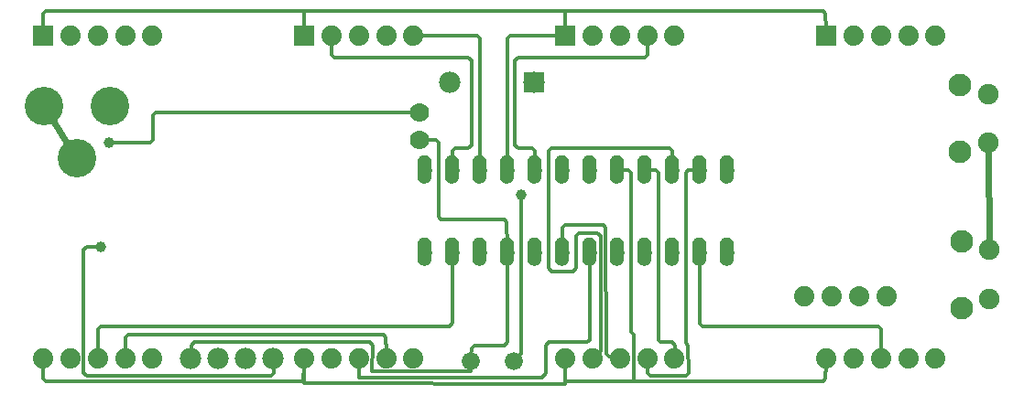
<source format=gbl>
G04 MADE WITH FRITZING*
G04 WWW.FRITZING.ORG*
G04 DOUBLE SIDED*
G04 HOLES PLATED*
G04 CONTOUR ON CENTER OF CONTOUR VECTOR*
%ASAXBY*%
%FSLAX23Y23*%
%MOIN*%
%OFA0B0*%
%SFA1.0B1.0*%
%ADD10C,0.078000*%
%ADD11C,0.074049*%
%ADD12C,0.073521*%
%ADD13C,0.070000*%
%ADD14C,0.039370*%
%ADD15C,0.075000*%
%ADD16C,0.082677*%
%ADD17C,0.074000*%
%ADD18C,0.066000*%
%ADD19C,0.140000*%
%ADD20C,0.052000*%
%ADD21R,0.078000X0.078000*%
%ADD22R,0.074000X0.074000*%
%ADD23C,0.012000*%
%ADD24C,0.024000*%
%ADD25R,0.001000X0.001000*%
%LNCOPPER0*%
G90*
G70*
G54D10*
X2089Y1106D03*
X1782Y1106D03*
G54D11*
X3371Y328D03*
G54D12*
X3271Y328D03*
G54D11*
X3171Y328D03*
X3071Y328D03*
G54D13*
X1671Y898D03*
X1671Y998D03*
X1671Y898D03*
X1671Y998D03*
G54D14*
X541Y888D03*
X511Y508D03*
X2041Y698D03*
G54D15*
X3741Y887D03*
X3741Y1064D03*
G54D16*
X3640Y852D03*
X3640Y1096D03*
G54D15*
X3745Y318D03*
X3745Y495D03*
G54D16*
X3644Y283D03*
X3644Y527D03*
G54D17*
X3151Y1278D03*
X3251Y1278D03*
X3351Y1278D03*
X3451Y1278D03*
X3550Y1278D03*
X3251Y101D03*
X3351Y101D03*
X3451Y101D03*
X3550Y101D03*
X3151Y101D03*
X3151Y1278D03*
X3251Y1278D03*
X3351Y1278D03*
X3451Y1278D03*
X3550Y1278D03*
X3251Y101D03*
X3351Y101D03*
X3451Y101D03*
X3550Y101D03*
X3151Y101D03*
X2201Y1278D03*
X2301Y1278D03*
X2401Y1278D03*
X2501Y1278D03*
X2600Y1278D03*
X2301Y101D03*
X2401Y101D03*
X2501Y101D03*
X2600Y101D03*
X2201Y101D03*
X2201Y1278D03*
X2301Y1278D03*
X2401Y1278D03*
X2501Y1278D03*
X2600Y1278D03*
X2301Y101D03*
X2401Y101D03*
X2501Y101D03*
X2600Y101D03*
X2201Y101D03*
X1251Y1278D03*
X1351Y1278D03*
X1451Y1278D03*
X1551Y1278D03*
X1650Y1278D03*
X1351Y101D03*
X1451Y101D03*
X1551Y101D03*
X1650Y101D03*
X1251Y101D03*
X1251Y1278D03*
X1351Y1278D03*
X1451Y1278D03*
X1551Y1278D03*
X1650Y1278D03*
X1351Y101D03*
X1451Y101D03*
X1551Y101D03*
X1650Y101D03*
X1251Y101D03*
X301Y1278D03*
X401Y1278D03*
X501Y1278D03*
X601Y1278D03*
X700Y1278D03*
X401Y101D03*
X501Y101D03*
X601Y101D03*
X700Y101D03*
X301Y101D03*
X301Y1278D03*
X401Y1278D03*
X501Y1278D03*
X601Y1278D03*
X700Y1278D03*
X401Y101D03*
X501Y101D03*
X601Y101D03*
X700Y101D03*
X301Y101D03*
G54D18*
X1858Y90D03*
X2015Y90D03*
G54D19*
X544Y1020D03*
X304Y1020D03*
X424Y830D03*
G54D20*
X1691Y488D03*
X1791Y488D03*
X2291Y488D03*
X2391Y488D03*
X1891Y488D03*
X1991Y488D03*
X2191Y488D03*
X2091Y488D03*
X2491Y488D03*
X2491Y788D03*
X2391Y788D03*
X2291Y788D03*
X2191Y788D03*
X2091Y788D03*
X1991Y788D03*
X1891Y788D03*
X1791Y788D03*
X1691Y788D03*
X2591Y488D03*
X2691Y488D03*
X2791Y488D03*
X2791Y788D03*
X2691Y788D03*
X2591Y788D03*
G54D10*
X1138Y99D03*
X1038Y99D03*
X938Y99D03*
X838Y99D03*
G54D21*
X2089Y1106D03*
G54D22*
X3151Y1278D03*
X3151Y1278D03*
X2201Y1278D03*
X2201Y1278D03*
X1251Y1278D03*
X1251Y1278D03*
X301Y1278D03*
X301Y1278D03*
G54D23*
X450Y48D02*
X461Y38D01*
D02*
X450Y498D02*
X450Y48D01*
D02*
X1131Y38D02*
X1141Y48D01*
D02*
X461Y38D02*
X1131Y38D01*
D02*
X1141Y48D02*
X1140Y75D01*
D02*
X461Y508D02*
X450Y498D01*
D02*
X497Y508D02*
X461Y508D01*
D02*
X611Y188D02*
X601Y178D01*
D02*
X1541Y188D02*
X611Y188D01*
D02*
X1550Y178D02*
X1541Y188D01*
D02*
X601Y178D02*
X601Y127D01*
D02*
X1250Y18D02*
X1251Y75D01*
D02*
X301Y28D02*
X311Y18D01*
D02*
X301Y75D02*
X301Y28D01*
D02*
X311Y18D02*
X1250Y18D01*
D02*
X2451Y18D02*
X3141Y18D01*
D02*
X3150Y28D02*
X3151Y75D01*
D02*
X3141Y18D02*
X3150Y28D01*
D02*
X2201Y75D02*
X2201Y18D01*
D02*
X2201Y18D02*
X2451Y18D01*
D02*
X1251Y9D02*
X2202Y7D01*
D02*
X2202Y7D02*
X2201Y75D01*
D02*
X1551Y127D02*
X1550Y178D01*
D02*
X1251Y75D02*
X1251Y9D01*
D02*
X2361Y108D02*
X2376Y106D01*
D02*
X2351Y118D02*
X2361Y108D01*
D02*
X2350Y578D02*
X2351Y118D01*
D02*
X2341Y588D02*
X2350Y578D01*
D02*
X2201Y588D02*
X2341Y588D01*
D02*
X1850Y1198D02*
X1861Y1188D01*
D02*
X1361Y1198D02*
X1850Y1198D01*
D02*
X1791Y858D02*
X1791Y810D01*
D02*
X1801Y868D02*
X1791Y858D01*
D02*
X1850Y868D02*
X1801Y868D01*
D02*
X1861Y878D02*
X1850Y868D01*
D02*
X1861Y1188D02*
X1861Y878D01*
D02*
X1891Y1268D02*
X1891Y810D01*
D02*
X2091Y858D02*
X2091Y810D01*
D02*
X2081Y868D02*
X2091Y858D01*
D02*
X2031Y868D02*
X2081Y868D01*
D02*
X2020Y878D02*
X2031Y868D01*
D02*
X2020Y1188D02*
X2020Y878D01*
D02*
X2031Y1198D02*
X2020Y1188D01*
D02*
X2491Y1198D02*
X2031Y1198D01*
D02*
X2501Y1208D02*
X2491Y1198D01*
D02*
X1991Y1268D02*
X1991Y810D01*
D02*
X2541Y168D02*
X2541Y778D01*
D02*
X2550Y159D02*
X2541Y168D01*
D02*
X2531Y788D02*
X2512Y788D01*
D02*
X2541Y778D02*
X2531Y788D01*
D02*
X2601Y148D02*
X2591Y159D01*
D02*
X2591Y159D02*
X2550Y159D01*
D02*
X2600Y127D02*
X2601Y148D01*
D02*
X2191Y578D02*
X2201Y588D01*
D02*
X2191Y510D02*
X2191Y578D01*
D02*
X1791Y229D02*
X1791Y467D01*
D02*
X511Y218D02*
X1781Y218D01*
D02*
X1781Y218D02*
X1791Y229D01*
D02*
X501Y208D02*
X511Y218D01*
D02*
X501Y127D02*
X501Y208D01*
D02*
X2501Y1253D02*
X2501Y1208D01*
D02*
X2001Y1278D02*
X1991Y1268D01*
D02*
X2175Y1278D02*
X2001Y1278D01*
D02*
X1881Y1278D02*
X1891Y1268D01*
D02*
X1675Y1278D02*
X1881Y1278D01*
D02*
X1351Y1208D02*
X1361Y1198D01*
D02*
X1351Y1253D02*
X1351Y1208D01*
D02*
X2441Y198D02*
X2451Y188D01*
D02*
X2451Y188D02*
X2451Y18D01*
D02*
X2151Y418D02*
X2231Y418D01*
D02*
X2241Y429D02*
X2241Y548D01*
D02*
X2241Y548D02*
X2251Y558D01*
D02*
X2231Y418D02*
X2241Y429D01*
D02*
X2320Y558D02*
X2331Y548D01*
D02*
X2251Y558D02*
X2320Y558D01*
D02*
X2331Y548D02*
X2331Y128D01*
D02*
X2691Y228D02*
X2691Y467D01*
D02*
X3351Y127D02*
X3351Y208D01*
D02*
X2701Y218D02*
X2691Y228D01*
D02*
X3341Y218D02*
X2701Y218D01*
D02*
X3351Y208D02*
X3341Y218D01*
D02*
X2441Y778D02*
X2441Y198D01*
D02*
X2431Y788D02*
X2441Y778D01*
D02*
X2412Y788D02*
X2431Y788D01*
D02*
X2641Y38D02*
X2511Y38D01*
D02*
X2641Y158D02*
X2650Y148D01*
D02*
X2651Y48D02*
X2641Y38D01*
D02*
X2650Y148D02*
X2651Y48D01*
D02*
X2641Y778D02*
X2641Y158D01*
D02*
X2650Y788D02*
X2641Y778D01*
D02*
X2669Y788D02*
X2650Y788D01*
D02*
X2501Y48D02*
X2501Y76D01*
D02*
X2511Y38D02*
X2501Y48D01*
D02*
X2331Y128D02*
X2320Y118D01*
D02*
X2581Y868D02*
X2151Y868D01*
D02*
X2591Y858D02*
X2581Y868D01*
D02*
X2591Y810D02*
X2591Y858D01*
D02*
X2141Y429D02*
X2151Y418D01*
D02*
X2141Y858D02*
X2141Y429D01*
D02*
X2151Y868D02*
X2141Y858D01*
D02*
X1741Y888D02*
X1741Y618D01*
D02*
X1731Y898D02*
X1741Y888D01*
D02*
X1981Y608D02*
X1990Y596D01*
D02*
X1751Y608D02*
X1981Y608D01*
D02*
X1741Y618D02*
X1750Y608D01*
D02*
X1861Y138D02*
X1859Y111D01*
D02*
X1871Y148D02*
X1861Y138D01*
D02*
X1981Y148D02*
X1871Y148D01*
D02*
X1991Y159D02*
X1981Y148D01*
D02*
X2291Y168D02*
X2291Y467D01*
D02*
X2281Y159D02*
X2291Y168D01*
D02*
X2141Y159D02*
X2281Y159D01*
D02*
X2131Y148D02*
X2141Y159D01*
D02*
X2131Y48D02*
X2131Y148D01*
D02*
X2120Y31D02*
X2131Y48D01*
D02*
X1452Y76D02*
X1453Y31D01*
D02*
X1453Y31D02*
X2120Y31D01*
D02*
X851Y159D02*
X1491Y159D01*
D02*
X1491Y159D02*
X1501Y148D01*
D02*
X841Y148D02*
X851Y159D01*
D02*
X1501Y148D02*
X1499Y53D01*
D02*
X1499Y53D02*
X1859Y53D01*
D02*
X840Y124D02*
X841Y148D01*
D02*
X1859Y53D02*
X1859Y69D01*
D02*
X691Y888D02*
X554Y888D01*
D02*
X701Y898D02*
X691Y888D01*
D02*
X701Y988D02*
X701Y898D01*
D02*
X711Y998D02*
X701Y988D01*
D02*
X1691Y898D02*
X1731Y898D01*
D02*
X1990Y596D02*
X1991Y510D01*
D02*
X1991Y467D02*
X1991Y159D01*
D02*
X2041Y118D02*
X2041Y685D01*
D02*
X2029Y106D02*
X2041Y118D01*
D02*
X1650Y998D02*
X711Y998D01*
D02*
X1251Y1368D02*
X1251Y1304D01*
D02*
X311Y1368D02*
X1251Y1368D01*
D02*
X301Y1358D02*
X311Y1368D01*
D02*
X301Y1304D02*
X301Y1358D01*
D02*
X1251Y1368D02*
X2201Y1368D01*
D02*
X2201Y1368D02*
X2201Y1304D01*
D02*
X1251Y1304D02*
X1251Y1368D01*
D02*
X3141Y1368D02*
X2201Y1368D01*
D02*
X3150Y1358D02*
X3141Y1368D01*
D02*
X3151Y1304D02*
X3150Y1358D01*
D02*
X2201Y1368D02*
X2201Y1304D01*
G54D24*
D02*
X392Y881D02*
X337Y968D01*
D02*
X3745Y524D02*
X3741Y858D01*
G54D25*
X1689Y841D02*
X1691Y841D01*
X1789Y841D02*
X1791Y841D01*
X1889Y841D02*
X1891Y841D01*
X1989Y841D02*
X1991Y841D01*
X2089Y841D02*
X2091Y841D01*
X2189Y841D02*
X2191Y841D01*
X2289Y841D02*
X2291Y841D01*
X2389Y841D02*
X2391Y841D01*
X2489Y841D02*
X2491Y841D01*
X2589Y841D02*
X2591Y841D01*
X2689Y841D02*
X2691Y841D01*
X2789Y841D02*
X2791Y841D01*
X1683Y840D02*
X1697Y840D01*
X1783Y840D02*
X1797Y840D01*
X1883Y840D02*
X1897Y840D01*
X1983Y840D02*
X1997Y840D01*
X2083Y840D02*
X2097Y840D01*
X2183Y840D02*
X2197Y840D01*
X2283Y840D02*
X2297Y840D01*
X2383Y840D02*
X2397Y840D01*
X2483Y840D02*
X2497Y840D01*
X2583Y840D02*
X2597Y840D01*
X2683Y840D02*
X2697Y840D01*
X2783Y840D02*
X2797Y840D01*
X1681Y839D02*
X1700Y839D01*
X1781Y839D02*
X1800Y839D01*
X1881Y839D02*
X1900Y839D01*
X1981Y839D02*
X2000Y839D01*
X2081Y839D02*
X2100Y839D01*
X2181Y839D02*
X2200Y839D01*
X2281Y839D02*
X2300Y839D01*
X2380Y839D02*
X2400Y839D01*
X2480Y839D02*
X2500Y839D01*
X2580Y839D02*
X2600Y839D01*
X2680Y839D02*
X2700Y839D01*
X2780Y839D02*
X2800Y839D01*
X1679Y838D02*
X1702Y838D01*
X1779Y838D02*
X1802Y838D01*
X1879Y838D02*
X1902Y838D01*
X1979Y838D02*
X2002Y838D01*
X2079Y838D02*
X2102Y838D01*
X2179Y838D02*
X2202Y838D01*
X2279Y838D02*
X2302Y838D01*
X2379Y838D02*
X2402Y838D01*
X2479Y838D02*
X2502Y838D01*
X2579Y838D02*
X2602Y838D01*
X2679Y838D02*
X2702Y838D01*
X2779Y838D02*
X2802Y838D01*
X1677Y837D02*
X1704Y837D01*
X1777Y837D02*
X1804Y837D01*
X1877Y837D02*
X1904Y837D01*
X1977Y837D02*
X2004Y837D01*
X2077Y837D02*
X2104Y837D01*
X2177Y837D02*
X2204Y837D01*
X2277Y837D02*
X2304Y837D01*
X2377Y837D02*
X2404Y837D01*
X2477Y837D02*
X2504Y837D01*
X2577Y837D02*
X2604Y837D01*
X2677Y837D02*
X2704Y837D01*
X2777Y837D02*
X2804Y837D01*
X1675Y836D02*
X1705Y836D01*
X1775Y836D02*
X1805Y836D01*
X1875Y836D02*
X1905Y836D01*
X1975Y836D02*
X2005Y836D01*
X2075Y836D02*
X2105Y836D01*
X2175Y836D02*
X2205Y836D01*
X2275Y836D02*
X2305Y836D01*
X2375Y836D02*
X2405Y836D01*
X2475Y836D02*
X2505Y836D01*
X2575Y836D02*
X2605Y836D01*
X2675Y836D02*
X2705Y836D01*
X2775Y836D02*
X2805Y836D01*
X1674Y835D02*
X1706Y835D01*
X1774Y835D02*
X1806Y835D01*
X1874Y835D02*
X1906Y835D01*
X1974Y835D02*
X2006Y835D01*
X2074Y835D02*
X2106Y835D01*
X2174Y835D02*
X2206Y835D01*
X2274Y835D02*
X2306Y835D01*
X2374Y835D02*
X2406Y835D01*
X2474Y835D02*
X2506Y835D01*
X2574Y835D02*
X2606Y835D01*
X2674Y835D02*
X2706Y835D01*
X2774Y835D02*
X2806Y835D01*
X1673Y834D02*
X1707Y834D01*
X1773Y834D02*
X1807Y834D01*
X1873Y834D02*
X1907Y834D01*
X1973Y834D02*
X2007Y834D01*
X2073Y834D02*
X2107Y834D01*
X2173Y834D02*
X2207Y834D01*
X2273Y834D02*
X2307Y834D01*
X2373Y834D02*
X2407Y834D01*
X2473Y834D02*
X2507Y834D01*
X2573Y834D02*
X2607Y834D01*
X2673Y834D02*
X2707Y834D01*
X2773Y834D02*
X2807Y834D01*
X1672Y833D02*
X1708Y833D01*
X1772Y833D02*
X1808Y833D01*
X1872Y833D02*
X1908Y833D01*
X1972Y833D02*
X2008Y833D01*
X2072Y833D02*
X2108Y833D01*
X2172Y833D02*
X2208Y833D01*
X2272Y833D02*
X2308Y833D01*
X2372Y833D02*
X2408Y833D01*
X2472Y833D02*
X2508Y833D01*
X2572Y833D02*
X2608Y833D01*
X2672Y833D02*
X2708Y833D01*
X2772Y833D02*
X2808Y833D01*
X1671Y832D02*
X1709Y832D01*
X1771Y832D02*
X1809Y832D01*
X1871Y832D02*
X1909Y832D01*
X1971Y832D02*
X2009Y832D01*
X2071Y832D02*
X2109Y832D01*
X2171Y832D02*
X2209Y832D01*
X2271Y832D02*
X2309Y832D01*
X2371Y832D02*
X2409Y832D01*
X2471Y832D02*
X2509Y832D01*
X2571Y832D02*
X2609Y832D01*
X2671Y832D02*
X2709Y832D01*
X2771Y832D02*
X2809Y832D01*
X1670Y831D02*
X1710Y831D01*
X1770Y831D02*
X1810Y831D01*
X1870Y831D02*
X1910Y831D01*
X1970Y831D02*
X2010Y831D01*
X2070Y831D02*
X2110Y831D01*
X2170Y831D02*
X2210Y831D01*
X2270Y831D02*
X2310Y831D01*
X2370Y831D02*
X2410Y831D01*
X2470Y831D02*
X2510Y831D01*
X2570Y831D02*
X2610Y831D01*
X2670Y831D02*
X2710Y831D01*
X2770Y831D02*
X2810Y831D01*
X1669Y830D02*
X1711Y830D01*
X1769Y830D02*
X1811Y830D01*
X1869Y830D02*
X1911Y830D01*
X1969Y830D02*
X2011Y830D01*
X2069Y830D02*
X2111Y830D01*
X2169Y830D02*
X2211Y830D01*
X2269Y830D02*
X2311Y830D01*
X2369Y830D02*
X2411Y830D01*
X2469Y830D02*
X2511Y830D01*
X2569Y830D02*
X2611Y830D01*
X2669Y830D02*
X2711Y830D01*
X2769Y830D02*
X2811Y830D01*
X1669Y829D02*
X1712Y829D01*
X1769Y829D02*
X1812Y829D01*
X1869Y829D02*
X1912Y829D01*
X1969Y829D02*
X2012Y829D01*
X2069Y829D02*
X2112Y829D01*
X2169Y829D02*
X2212Y829D01*
X2269Y829D02*
X2312Y829D01*
X2369Y829D02*
X2412Y829D01*
X2469Y829D02*
X2512Y829D01*
X2569Y829D02*
X2612Y829D01*
X2669Y829D02*
X2712Y829D01*
X2769Y829D02*
X2812Y829D01*
X1668Y828D02*
X1712Y828D01*
X1768Y828D02*
X1812Y828D01*
X1868Y828D02*
X1912Y828D01*
X1968Y828D02*
X2012Y828D01*
X2068Y828D02*
X2112Y828D01*
X2168Y828D02*
X2212Y828D01*
X2268Y828D02*
X2312Y828D01*
X2368Y828D02*
X2412Y828D01*
X2468Y828D02*
X2512Y828D01*
X2568Y828D02*
X2612Y828D01*
X2668Y828D02*
X2712Y828D01*
X2768Y828D02*
X2812Y828D01*
X1668Y827D02*
X1713Y827D01*
X1768Y827D02*
X1813Y827D01*
X1868Y827D02*
X1913Y827D01*
X1968Y827D02*
X2013Y827D01*
X2068Y827D02*
X2113Y827D01*
X2168Y827D02*
X2213Y827D01*
X2268Y827D02*
X2313Y827D01*
X2368Y827D02*
X2413Y827D01*
X2468Y827D02*
X2513Y827D01*
X2568Y827D02*
X2613Y827D01*
X2668Y827D02*
X2713Y827D01*
X2768Y827D02*
X2813Y827D01*
X1667Y826D02*
X1713Y826D01*
X1767Y826D02*
X1813Y826D01*
X1867Y826D02*
X1913Y826D01*
X1967Y826D02*
X2013Y826D01*
X2067Y826D02*
X2113Y826D01*
X2167Y826D02*
X2213Y826D01*
X2267Y826D02*
X2313Y826D01*
X2367Y826D02*
X2413Y826D01*
X2467Y826D02*
X2513Y826D01*
X2567Y826D02*
X2613Y826D01*
X2667Y826D02*
X2713Y826D01*
X2767Y826D02*
X2813Y826D01*
X1667Y825D02*
X1714Y825D01*
X1767Y825D02*
X1814Y825D01*
X1867Y825D02*
X1914Y825D01*
X1967Y825D02*
X2014Y825D01*
X2067Y825D02*
X2114Y825D01*
X2167Y825D02*
X2214Y825D01*
X2267Y825D02*
X2314Y825D01*
X2367Y825D02*
X2414Y825D01*
X2467Y825D02*
X2514Y825D01*
X2567Y825D02*
X2614Y825D01*
X2667Y825D02*
X2714Y825D01*
X2767Y825D02*
X2814Y825D01*
X1666Y824D02*
X1714Y824D01*
X1766Y824D02*
X1814Y824D01*
X1866Y824D02*
X1914Y824D01*
X1966Y824D02*
X2014Y824D01*
X2066Y824D02*
X2114Y824D01*
X2166Y824D02*
X2214Y824D01*
X2266Y824D02*
X2314Y824D01*
X2366Y824D02*
X2414Y824D01*
X2466Y824D02*
X2514Y824D01*
X2566Y824D02*
X2614Y824D01*
X2666Y824D02*
X2714Y824D01*
X2766Y824D02*
X2814Y824D01*
X1666Y823D02*
X1714Y823D01*
X1766Y823D02*
X1814Y823D01*
X1866Y823D02*
X1914Y823D01*
X1966Y823D02*
X2014Y823D01*
X2066Y823D02*
X2114Y823D01*
X2166Y823D02*
X2214Y823D01*
X2266Y823D02*
X2314Y823D01*
X2366Y823D02*
X2414Y823D01*
X2466Y823D02*
X2514Y823D01*
X2566Y823D02*
X2614Y823D01*
X2666Y823D02*
X2714Y823D01*
X2766Y823D02*
X2814Y823D01*
X1666Y822D02*
X1715Y822D01*
X1766Y822D02*
X1815Y822D01*
X1866Y822D02*
X1915Y822D01*
X1966Y822D02*
X2015Y822D01*
X2066Y822D02*
X2115Y822D01*
X2166Y822D02*
X2215Y822D01*
X2266Y822D02*
X2315Y822D01*
X2366Y822D02*
X2415Y822D01*
X2466Y822D02*
X2515Y822D01*
X2566Y822D02*
X2615Y822D01*
X2666Y822D02*
X2715Y822D01*
X2766Y822D02*
X2815Y822D01*
X1665Y821D02*
X1715Y821D01*
X1765Y821D02*
X1815Y821D01*
X1865Y821D02*
X1915Y821D01*
X1965Y821D02*
X2015Y821D01*
X2065Y821D02*
X2115Y821D01*
X2165Y821D02*
X2215Y821D01*
X2265Y821D02*
X2315Y821D01*
X2365Y821D02*
X2415Y821D01*
X2465Y821D02*
X2515Y821D01*
X2565Y821D02*
X2615Y821D01*
X2665Y821D02*
X2715Y821D01*
X2765Y821D02*
X2815Y821D01*
X1665Y820D02*
X1715Y820D01*
X1765Y820D02*
X1815Y820D01*
X1865Y820D02*
X1915Y820D01*
X1965Y820D02*
X2015Y820D01*
X2065Y820D02*
X2115Y820D01*
X2165Y820D02*
X2215Y820D01*
X2265Y820D02*
X2315Y820D01*
X2365Y820D02*
X2415Y820D01*
X2465Y820D02*
X2515Y820D01*
X2565Y820D02*
X2615Y820D01*
X2665Y820D02*
X2715Y820D01*
X2765Y820D02*
X2815Y820D01*
X1665Y819D02*
X1715Y819D01*
X1765Y819D02*
X1815Y819D01*
X1865Y819D02*
X1915Y819D01*
X1965Y819D02*
X2015Y819D01*
X2065Y819D02*
X2115Y819D01*
X2165Y819D02*
X2215Y819D01*
X2265Y819D02*
X2315Y819D01*
X2365Y819D02*
X2415Y819D01*
X2465Y819D02*
X2515Y819D01*
X2565Y819D02*
X2615Y819D01*
X2665Y819D02*
X2715Y819D01*
X2765Y819D02*
X2815Y819D01*
X1665Y818D02*
X1716Y818D01*
X1765Y818D02*
X1816Y818D01*
X1865Y818D02*
X1916Y818D01*
X1965Y818D02*
X2016Y818D01*
X2065Y818D02*
X2115Y818D01*
X2165Y818D02*
X2215Y818D01*
X2265Y818D02*
X2315Y818D01*
X2365Y818D02*
X2415Y818D01*
X2465Y818D02*
X2515Y818D01*
X2565Y818D02*
X2615Y818D01*
X2665Y818D02*
X2715Y818D01*
X2765Y818D02*
X2815Y818D01*
X1665Y817D02*
X1716Y817D01*
X1765Y817D02*
X1816Y817D01*
X1865Y817D02*
X1916Y817D01*
X1965Y817D02*
X2016Y817D01*
X2065Y817D02*
X2116Y817D01*
X2165Y817D02*
X2216Y817D01*
X2265Y817D02*
X2316Y817D01*
X2365Y817D02*
X2416Y817D01*
X2465Y817D02*
X2516Y817D01*
X2565Y817D02*
X2616Y817D01*
X2665Y817D02*
X2716Y817D01*
X2765Y817D02*
X2816Y817D01*
X1665Y816D02*
X1716Y816D01*
X1765Y816D02*
X1816Y816D01*
X1865Y816D02*
X1916Y816D01*
X1965Y816D02*
X2016Y816D01*
X2065Y816D02*
X2116Y816D01*
X2165Y816D02*
X2216Y816D01*
X2265Y816D02*
X2316Y816D01*
X2365Y816D02*
X2416Y816D01*
X2465Y816D02*
X2516Y816D01*
X2565Y816D02*
X2616Y816D01*
X2665Y816D02*
X2716Y816D01*
X2765Y816D02*
X2816Y816D01*
X1665Y815D02*
X1716Y815D01*
X1765Y815D02*
X1816Y815D01*
X1865Y815D02*
X1916Y815D01*
X1965Y815D02*
X2016Y815D01*
X2065Y815D02*
X2116Y815D01*
X2165Y815D02*
X2216Y815D01*
X2265Y815D02*
X2316Y815D01*
X2365Y815D02*
X2416Y815D01*
X2465Y815D02*
X2516Y815D01*
X2565Y815D02*
X2616Y815D01*
X2665Y815D02*
X2716Y815D01*
X2765Y815D02*
X2816Y815D01*
X1665Y814D02*
X1716Y814D01*
X1765Y814D02*
X1816Y814D01*
X1865Y814D02*
X1916Y814D01*
X1965Y814D02*
X2016Y814D01*
X2065Y814D02*
X2116Y814D01*
X2165Y814D02*
X2216Y814D01*
X2265Y814D02*
X2316Y814D01*
X2365Y814D02*
X2416Y814D01*
X2465Y814D02*
X2516Y814D01*
X2565Y814D02*
X2616Y814D01*
X2665Y814D02*
X2716Y814D01*
X2765Y814D02*
X2816Y814D01*
X1665Y813D02*
X1716Y813D01*
X1765Y813D02*
X1816Y813D01*
X1865Y813D02*
X1916Y813D01*
X1965Y813D02*
X2016Y813D01*
X2065Y813D02*
X2116Y813D01*
X2165Y813D02*
X2216Y813D01*
X2265Y813D02*
X2316Y813D01*
X2365Y813D02*
X2416Y813D01*
X2465Y813D02*
X2516Y813D01*
X2565Y813D02*
X2616Y813D01*
X2665Y813D02*
X2716Y813D01*
X2765Y813D02*
X2816Y813D01*
X1665Y812D02*
X1716Y812D01*
X1765Y812D02*
X1816Y812D01*
X1865Y812D02*
X1916Y812D01*
X1965Y812D02*
X2016Y812D01*
X2065Y812D02*
X2116Y812D01*
X2165Y812D02*
X2216Y812D01*
X2265Y812D02*
X2316Y812D01*
X2365Y812D02*
X2416Y812D01*
X2465Y812D02*
X2516Y812D01*
X2565Y812D02*
X2616Y812D01*
X2665Y812D02*
X2716Y812D01*
X2765Y812D02*
X2816Y812D01*
X1665Y811D02*
X1716Y811D01*
X1765Y811D02*
X1816Y811D01*
X1865Y811D02*
X1916Y811D01*
X1965Y811D02*
X2016Y811D01*
X2065Y811D02*
X2116Y811D01*
X2165Y811D02*
X2216Y811D01*
X2265Y811D02*
X2316Y811D01*
X2365Y811D02*
X2416Y811D01*
X2465Y811D02*
X2516Y811D01*
X2565Y811D02*
X2616Y811D01*
X2665Y811D02*
X2716Y811D01*
X2765Y811D02*
X2816Y811D01*
X1665Y810D02*
X1716Y810D01*
X1765Y810D02*
X1816Y810D01*
X1865Y810D02*
X1916Y810D01*
X1965Y810D02*
X2016Y810D01*
X2065Y810D02*
X2116Y810D01*
X2165Y810D02*
X2216Y810D01*
X2265Y810D02*
X2316Y810D01*
X2365Y810D02*
X2416Y810D01*
X2465Y810D02*
X2516Y810D01*
X2565Y810D02*
X2616Y810D01*
X2665Y810D02*
X2716Y810D01*
X2765Y810D02*
X2816Y810D01*
X1665Y809D02*
X1716Y809D01*
X1765Y809D02*
X1816Y809D01*
X1865Y809D02*
X1916Y809D01*
X1965Y809D02*
X2016Y809D01*
X2065Y809D02*
X2116Y809D01*
X2165Y809D02*
X2216Y809D01*
X2265Y809D02*
X2316Y809D01*
X2365Y809D02*
X2416Y809D01*
X2465Y809D02*
X2516Y809D01*
X2565Y809D02*
X2616Y809D01*
X2665Y809D02*
X2716Y809D01*
X2765Y809D02*
X2816Y809D01*
X1665Y808D02*
X1716Y808D01*
X1765Y808D02*
X1816Y808D01*
X1865Y808D02*
X1916Y808D01*
X1965Y808D02*
X2016Y808D01*
X2065Y808D02*
X2116Y808D01*
X2165Y808D02*
X2216Y808D01*
X2265Y808D02*
X2316Y808D01*
X2365Y808D02*
X2416Y808D01*
X2465Y808D02*
X2516Y808D01*
X2565Y808D02*
X2616Y808D01*
X2665Y808D02*
X2716Y808D01*
X2765Y808D02*
X2816Y808D01*
X1665Y807D02*
X1716Y807D01*
X1765Y807D02*
X1816Y807D01*
X1865Y807D02*
X1916Y807D01*
X1965Y807D02*
X2016Y807D01*
X2065Y807D02*
X2116Y807D01*
X2165Y807D02*
X2216Y807D01*
X2265Y807D02*
X2316Y807D01*
X2365Y807D02*
X2416Y807D01*
X2465Y807D02*
X2516Y807D01*
X2565Y807D02*
X2616Y807D01*
X2665Y807D02*
X2716Y807D01*
X2765Y807D02*
X2816Y807D01*
X1665Y806D02*
X1716Y806D01*
X1765Y806D02*
X1816Y806D01*
X1865Y806D02*
X1916Y806D01*
X1965Y806D02*
X2016Y806D01*
X2065Y806D02*
X2116Y806D01*
X2165Y806D02*
X2216Y806D01*
X2265Y806D02*
X2316Y806D01*
X2365Y806D02*
X2416Y806D01*
X2465Y806D02*
X2516Y806D01*
X2565Y806D02*
X2616Y806D01*
X2665Y806D02*
X2716Y806D01*
X2765Y806D02*
X2816Y806D01*
X1665Y805D02*
X1689Y805D01*
X1692Y805D02*
X1716Y805D01*
X1765Y805D02*
X1789Y805D01*
X1792Y805D02*
X1816Y805D01*
X1865Y805D02*
X1889Y805D01*
X1892Y805D02*
X1916Y805D01*
X1965Y805D02*
X1989Y805D01*
X1992Y805D02*
X2016Y805D01*
X2065Y805D02*
X2089Y805D01*
X2092Y805D02*
X2116Y805D01*
X2165Y805D02*
X2189Y805D01*
X2192Y805D02*
X2216Y805D01*
X2265Y805D02*
X2289Y805D01*
X2292Y805D02*
X2316Y805D01*
X2365Y805D02*
X2389Y805D01*
X2392Y805D02*
X2416Y805D01*
X2465Y805D02*
X2489Y805D01*
X2492Y805D02*
X2516Y805D01*
X2565Y805D02*
X2589Y805D01*
X2592Y805D02*
X2616Y805D01*
X2665Y805D02*
X2689Y805D01*
X2692Y805D02*
X2716Y805D01*
X2765Y805D02*
X2789Y805D01*
X2792Y805D02*
X2816Y805D01*
X1665Y804D02*
X1684Y804D01*
X1696Y804D02*
X1716Y804D01*
X1765Y804D02*
X1784Y804D01*
X1796Y804D02*
X1816Y804D01*
X1865Y804D02*
X1884Y804D01*
X1896Y804D02*
X1916Y804D01*
X1965Y804D02*
X1984Y804D01*
X1996Y804D02*
X2016Y804D01*
X2065Y804D02*
X2084Y804D01*
X2096Y804D02*
X2116Y804D01*
X2165Y804D02*
X2184Y804D01*
X2196Y804D02*
X2216Y804D01*
X2265Y804D02*
X2284Y804D01*
X2296Y804D02*
X2316Y804D01*
X2365Y804D02*
X2384Y804D01*
X2396Y804D02*
X2416Y804D01*
X2465Y804D02*
X2484Y804D01*
X2496Y804D02*
X2516Y804D01*
X2565Y804D02*
X2584Y804D01*
X2596Y804D02*
X2616Y804D01*
X2665Y804D02*
X2684Y804D01*
X2696Y804D02*
X2716Y804D01*
X2765Y804D02*
X2784Y804D01*
X2796Y804D02*
X2816Y804D01*
X1665Y803D02*
X1682Y803D01*
X1698Y803D02*
X1716Y803D01*
X1765Y803D02*
X1782Y803D01*
X1798Y803D02*
X1816Y803D01*
X1865Y803D02*
X1882Y803D01*
X1898Y803D02*
X1916Y803D01*
X1965Y803D02*
X1982Y803D01*
X1998Y803D02*
X2016Y803D01*
X2065Y803D02*
X2082Y803D01*
X2098Y803D02*
X2116Y803D01*
X2165Y803D02*
X2182Y803D01*
X2198Y803D02*
X2216Y803D01*
X2265Y803D02*
X2282Y803D01*
X2298Y803D02*
X2316Y803D01*
X2365Y803D02*
X2382Y803D01*
X2398Y803D02*
X2416Y803D01*
X2465Y803D02*
X2482Y803D01*
X2498Y803D02*
X2516Y803D01*
X2565Y803D02*
X2582Y803D01*
X2598Y803D02*
X2616Y803D01*
X2665Y803D02*
X2682Y803D01*
X2698Y803D02*
X2716Y803D01*
X2765Y803D02*
X2782Y803D01*
X2798Y803D02*
X2816Y803D01*
X1665Y802D02*
X1680Y802D01*
X1700Y802D02*
X1716Y802D01*
X1765Y802D02*
X1780Y802D01*
X1800Y802D02*
X1816Y802D01*
X1865Y802D02*
X1880Y802D01*
X1900Y802D02*
X1916Y802D01*
X1965Y802D02*
X1980Y802D01*
X2000Y802D02*
X2016Y802D01*
X2065Y802D02*
X2080Y802D01*
X2100Y802D02*
X2116Y802D01*
X2165Y802D02*
X2180Y802D01*
X2200Y802D02*
X2216Y802D01*
X2265Y802D02*
X2280Y802D01*
X2300Y802D02*
X2316Y802D01*
X2365Y802D02*
X2380Y802D01*
X2400Y802D02*
X2416Y802D01*
X2465Y802D02*
X2480Y802D01*
X2500Y802D02*
X2516Y802D01*
X2565Y802D02*
X2580Y802D01*
X2600Y802D02*
X2616Y802D01*
X2665Y802D02*
X2680Y802D01*
X2700Y802D02*
X2716Y802D01*
X2765Y802D02*
X2780Y802D01*
X2800Y802D02*
X2816Y802D01*
X1665Y801D02*
X1679Y801D01*
X1701Y801D02*
X1716Y801D01*
X1765Y801D02*
X1779Y801D01*
X1801Y801D02*
X1816Y801D01*
X1865Y801D02*
X1879Y801D01*
X1901Y801D02*
X1916Y801D01*
X1965Y801D02*
X1979Y801D01*
X2001Y801D02*
X2016Y801D01*
X2065Y801D02*
X2079Y801D01*
X2101Y801D02*
X2116Y801D01*
X2165Y801D02*
X2179Y801D01*
X2201Y801D02*
X2216Y801D01*
X2265Y801D02*
X2279Y801D01*
X2301Y801D02*
X2316Y801D01*
X2365Y801D02*
X2379Y801D01*
X2401Y801D02*
X2416Y801D01*
X2465Y801D02*
X2479Y801D01*
X2501Y801D02*
X2516Y801D01*
X2565Y801D02*
X2579Y801D01*
X2601Y801D02*
X2616Y801D01*
X2665Y801D02*
X2679Y801D01*
X2701Y801D02*
X2716Y801D01*
X2765Y801D02*
X2779Y801D01*
X2801Y801D02*
X2816Y801D01*
X1665Y800D02*
X1678Y800D01*
X1702Y800D02*
X1716Y800D01*
X1765Y800D02*
X1778Y800D01*
X1802Y800D02*
X1816Y800D01*
X1865Y800D02*
X1878Y800D01*
X1902Y800D02*
X1916Y800D01*
X1965Y800D02*
X1978Y800D01*
X2002Y800D02*
X2016Y800D01*
X2065Y800D02*
X2078Y800D01*
X2102Y800D02*
X2116Y800D01*
X2165Y800D02*
X2178Y800D01*
X2202Y800D02*
X2216Y800D01*
X2265Y800D02*
X2278Y800D01*
X2302Y800D02*
X2316Y800D01*
X2365Y800D02*
X2378Y800D01*
X2402Y800D02*
X2416Y800D01*
X2465Y800D02*
X2478Y800D01*
X2502Y800D02*
X2516Y800D01*
X2565Y800D02*
X2578Y800D01*
X2602Y800D02*
X2616Y800D01*
X2665Y800D02*
X2678Y800D01*
X2702Y800D02*
X2716Y800D01*
X2765Y800D02*
X2778Y800D01*
X2802Y800D02*
X2816Y800D01*
X1665Y799D02*
X1677Y799D01*
X1703Y799D02*
X1716Y799D01*
X1765Y799D02*
X1777Y799D01*
X1803Y799D02*
X1816Y799D01*
X1865Y799D02*
X1877Y799D01*
X1903Y799D02*
X1916Y799D01*
X1965Y799D02*
X1977Y799D01*
X2003Y799D02*
X2016Y799D01*
X2065Y799D02*
X2077Y799D01*
X2103Y799D02*
X2116Y799D01*
X2165Y799D02*
X2177Y799D01*
X2203Y799D02*
X2216Y799D01*
X2265Y799D02*
X2277Y799D01*
X2303Y799D02*
X2316Y799D01*
X2365Y799D02*
X2377Y799D01*
X2403Y799D02*
X2416Y799D01*
X2465Y799D02*
X2477Y799D01*
X2503Y799D02*
X2516Y799D01*
X2565Y799D02*
X2577Y799D01*
X2603Y799D02*
X2616Y799D01*
X2665Y799D02*
X2677Y799D01*
X2703Y799D02*
X2716Y799D01*
X2765Y799D02*
X2777Y799D01*
X2803Y799D02*
X2816Y799D01*
X1665Y798D02*
X1676Y798D01*
X1704Y798D02*
X1716Y798D01*
X1765Y798D02*
X1776Y798D01*
X1804Y798D02*
X1816Y798D01*
X1865Y798D02*
X1876Y798D01*
X1904Y798D02*
X1916Y798D01*
X1965Y798D02*
X1976Y798D01*
X2004Y798D02*
X2016Y798D01*
X2065Y798D02*
X2076Y798D01*
X2104Y798D02*
X2116Y798D01*
X2165Y798D02*
X2176Y798D01*
X2204Y798D02*
X2216Y798D01*
X2265Y798D02*
X2276Y798D01*
X2304Y798D02*
X2316Y798D01*
X2365Y798D02*
X2376Y798D01*
X2404Y798D02*
X2416Y798D01*
X2465Y798D02*
X2476Y798D01*
X2504Y798D02*
X2516Y798D01*
X2565Y798D02*
X2576Y798D01*
X2604Y798D02*
X2616Y798D01*
X2665Y798D02*
X2676Y798D01*
X2704Y798D02*
X2716Y798D01*
X2765Y798D02*
X2776Y798D01*
X2804Y798D02*
X2816Y798D01*
X1665Y797D02*
X1676Y797D01*
X1705Y797D02*
X1716Y797D01*
X1765Y797D02*
X1776Y797D01*
X1805Y797D02*
X1816Y797D01*
X1865Y797D02*
X1876Y797D01*
X1905Y797D02*
X1916Y797D01*
X1965Y797D02*
X1976Y797D01*
X2005Y797D02*
X2016Y797D01*
X2065Y797D02*
X2076Y797D01*
X2105Y797D02*
X2116Y797D01*
X2165Y797D02*
X2176Y797D01*
X2204Y797D02*
X2216Y797D01*
X2265Y797D02*
X2276Y797D01*
X2304Y797D02*
X2316Y797D01*
X2365Y797D02*
X2376Y797D01*
X2404Y797D02*
X2416Y797D01*
X2465Y797D02*
X2476Y797D01*
X2504Y797D02*
X2516Y797D01*
X2565Y797D02*
X2576Y797D01*
X2604Y797D02*
X2616Y797D01*
X2665Y797D02*
X2676Y797D01*
X2704Y797D02*
X2716Y797D01*
X2765Y797D02*
X2776Y797D01*
X2804Y797D02*
X2816Y797D01*
X1665Y796D02*
X1675Y796D01*
X1705Y796D02*
X1716Y796D01*
X1765Y796D02*
X1775Y796D01*
X1805Y796D02*
X1816Y796D01*
X1865Y796D02*
X1875Y796D01*
X1905Y796D02*
X1916Y796D01*
X1965Y796D02*
X1975Y796D01*
X2005Y796D02*
X2016Y796D01*
X2065Y796D02*
X2075Y796D01*
X2105Y796D02*
X2116Y796D01*
X2165Y796D02*
X2175Y796D01*
X2205Y796D02*
X2216Y796D01*
X2265Y796D02*
X2275Y796D01*
X2305Y796D02*
X2316Y796D01*
X2365Y796D02*
X2375Y796D01*
X2405Y796D02*
X2416Y796D01*
X2465Y796D02*
X2475Y796D01*
X2505Y796D02*
X2516Y796D01*
X2565Y796D02*
X2575Y796D01*
X2605Y796D02*
X2616Y796D01*
X2665Y796D02*
X2675Y796D01*
X2705Y796D02*
X2716Y796D01*
X2765Y796D02*
X2775Y796D01*
X2805Y796D02*
X2816Y796D01*
X1665Y795D02*
X1675Y795D01*
X1706Y795D02*
X1716Y795D01*
X1765Y795D02*
X1775Y795D01*
X1806Y795D02*
X1816Y795D01*
X1865Y795D02*
X1875Y795D01*
X1906Y795D02*
X1916Y795D01*
X1965Y795D02*
X1975Y795D01*
X2006Y795D02*
X2016Y795D01*
X2065Y795D02*
X2075Y795D01*
X2106Y795D02*
X2116Y795D01*
X2165Y795D02*
X2175Y795D01*
X2206Y795D02*
X2216Y795D01*
X2265Y795D02*
X2275Y795D01*
X2305Y795D02*
X2316Y795D01*
X2365Y795D02*
X2375Y795D01*
X2405Y795D02*
X2416Y795D01*
X2465Y795D02*
X2475Y795D01*
X2505Y795D02*
X2516Y795D01*
X2565Y795D02*
X2575Y795D01*
X2605Y795D02*
X2616Y795D01*
X2665Y795D02*
X2675Y795D01*
X2705Y795D02*
X2716Y795D01*
X2765Y795D02*
X2775Y795D01*
X2805Y795D02*
X2816Y795D01*
X1665Y794D02*
X1675Y794D01*
X1706Y794D02*
X1716Y794D01*
X1765Y794D02*
X1775Y794D01*
X1806Y794D02*
X1816Y794D01*
X1865Y794D02*
X1875Y794D01*
X1906Y794D02*
X1916Y794D01*
X1965Y794D02*
X1975Y794D01*
X2006Y794D02*
X2016Y794D01*
X2065Y794D02*
X2075Y794D01*
X2106Y794D02*
X2116Y794D01*
X2165Y794D02*
X2175Y794D01*
X2206Y794D02*
X2216Y794D01*
X2265Y794D02*
X2275Y794D01*
X2306Y794D02*
X2316Y794D01*
X2365Y794D02*
X2374Y794D01*
X2406Y794D02*
X2416Y794D01*
X2465Y794D02*
X2474Y794D01*
X2506Y794D02*
X2516Y794D01*
X2565Y794D02*
X2574Y794D01*
X2606Y794D02*
X2616Y794D01*
X2665Y794D02*
X2674Y794D01*
X2706Y794D02*
X2716Y794D01*
X2765Y794D02*
X2774Y794D01*
X2806Y794D02*
X2816Y794D01*
X1665Y793D02*
X1674Y793D01*
X1706Y793D02*
X1716Y793D01*
X1765Y793D02*
X1774Y793D01*
X1806Y793D02*
X1816Y793D01*
X1865Y793D02*
X1874Y793D01*
X1906Y793D02*
X1916Y793D01*
X1965Y793D02*
X1974Y793D01*
X2006Y793D02*
X2016Y793D01*
X2065Y793D02*
X2074Y793D01*
X2106Y793D02*
X2116Y793D01*
X2165Y793D02*
X2174Y793D01*
X2206Y793D02*
X2216Y793D01*
X2265Y793D02*
X2274Y793D01*
X2306Y793D02*
X2316Y793D01*
X2365Y793D02*
X2374Y793D01*
X2406Y793D02*
X2416Y793D01*
X2465Y793D02*
X2474Y793D01*
X2506Y793D02*
X2516Y793D01*
X2565Y793D02*
X2574Y793D01*
X2606Y793D02*
X2616Y793D01*
X2665Y793D02*
X2674Y793D01*
X2706Y793D02*
X2716Y793D01*
X2765Y793D02*
X2774Y793D01*
X2806Y793D02*
X2816Y793D01*
X1665Y792D02*
X1674Y792D01*
X1706Y792D02*
X1716Y792D01*
X1765Y792D02*
X1774Y792D01*
X1806Y792D02*
X1816Y792D01*
X1865Y792D02*
X1874Y792D01*
X1906Y792D02*
X1916Y792D01*
X1965Y792D02*
X1974Y792D01*
X2006Y792D02*
X2016Y792D01*
X2065Y792D02*
X2074Y792D01*
X2106Y792D02*
X2116Y792D01*
X2165Y792D02*
X2174Y792D01*
X2206Y792D02*
X2216Y792D01*
X2265Y792D02*
X2274Y792D01*
X2306Y792D02*
X2316Y792D01*
X2365Y792D02*
X2374Y792D01*
X2406Y792D02*
X2416Y792D01*
X2465Y792D02*
X2474Y792D01*
X2506Y792D02*
X2516Y792D01*
X2565Y792D02*
X2574Y792D01*
X2606Y792D02*
X2616Y792D01*
X2665Y792D02*
X2674Y792D01*
X2706Y792D02*
X2716Y792D01*
X2765Y792D02*
X2774Y792D01*
X2806Y792D02*
X2816Y792D01*
X1665Y791D02*
X1674Y791D01*
X1707Y791D02*
X1716Y791D01*
X1765Y791D02*
X1774Y791D01*
X1806Y791D02*
X1816Y791D01*
X1865Y791D02*
X1874Y791D01*
X1906Y791D02*
X1916Y791D01*
X1965Y791D02*
X1974Y791D01*
X2006Y791D02*
X2016Y791D01*
X2065Y791D02*
X2074Y791D01*
X2106Y791D02*
X2116Y791D01*
X2165Y791D02*
X2174Y791D01*
X2206Y791D02*
X2216Y791D01*
X2265Y791D02*
X2274Y791D01*
X2306Y791D02*
X2316Y791D01*
X2365Y791D02*
X2374Y791D01*
X2406Y791D02*
X2416Y791D01*
X2465Y791D02*
X2474Y791D01*
X2506Y791D02*
X2516Y791D01*
X2565Y791D02*
X2574Y791D01*
X2606Y791D02*
X2616Y791D01*
X2665Y791D02*
X2674Y791D01*
X2706Y791D02*
X2716Y791D01*
X2765Y791D02*
X2774Y791D01*
X2806Y791D02*
X2816Y791D01*
X1665Y790D02*
X1674Y790D01*
X1707Y790D02*
X1716Y790D01*
X1765Y790D02*
X1774Y790D01*
X1807Y790D02*
X1816Y790D01*
X1865Y790D02*
X1874Y790D01*
X1907Y790D02*
X1916Y790D01*
X1965Y790D02*
X1974Y790D01*
X2007Y790D02*
X2016Y790D01*
X2065Y790D02*
X2074Y790D01*
X2107Y790D02*
X2116Y790D01*
X2165Y790D02*
X2174Y790D01*
X2207Y790D02*
X2216Y790D01*
X2265Y790D02*
X2274Y790D01*
X2307Y790D02*
X2316Y790D01*
X2365Y790D02*
X2374Y790D01*
X2407Y790D02*
X2416Y790D01*
X2465Y790D02*
X2474Y790D01*
X2507Y790D02*
X2516Y790D01*
X2565Y790D02*
X2574Y790D01*
X2607Y790D02*
X2616Y790D01*
X2665Y790D02*
X2674Y790D01*
X2707Y790D02*
X2716Y790D01*
X2765Y790D02*
X2774Y790D01*
X2807Y790D02*
X2816Y790D01*
X1665Y789D02*
X1674Y789D01*
X1707Y789D02*
X1716Y789D01*
X1765Y789D02*
X1774Y789D01*
X1807Y789D02*
X1816Y789D01*
X1865Y789D02*
X1874Y789D01*
X1907Y789D02*
X1916Y789D01*
X1965Y789D02*
X1974Y789D01*
X2007Y789D02*
X2016Y789D01*
X2065Y789D02*
X2074Y789D01*
X2107Y789D02*
X2116Y789D01*
X2165Y789D02*
X2174Y789D01*
X2207Y789D02*
X2216Y789D01*
X2265Y789D02*
X2274Y789D01*
X2307Y789D02*
X2316Y789D01*
X2365Y789D02*
X2374Y789D01*
X2407Y789D02*
X2416Y789D01*
X2465Y789D02*
X2474Y789D01*
X2507Y789D02*
X2516Y789D01*
X2565Y789D02*
X2574Y789D01*
X2607Y789D02*
X2616Y789D01*
X2665Y789D02*
X2674Y789D01*
X2707Y789D02*
X2716Y789D01*
X2765Y789D02*
X2774Y789D01*
X2807Y789D02*
X2816Y789D01*
X1665Y788D02*
X1674Y788D01*
X1707Y788D02*
X1716Y788D01*
X1765Y788D02*
X1774Y788D01*
X1807Y788D02*
X1816Y788D01*
X1865Y788D02*
X1874Y788D01*
X1907Y788D02*
X1916Y788D01*
X1965Y788D02*
X1974Y788D01*
X2007Y788D02*
X2016Y788D01*
X2065Y788D02*
X2074Y788D01*
X2107Y788D02*
X2116Y788D01*
X2165Y788D02*
X2174Y788D01*
X2207Y788D02*
X2216Y788D01*
X2265Y788D02*
X2274Y788D01*
X2307Y788D02*
X2316Y788D01*
X2365Y788D02*
X2374Y788D01*
X2407Y788D02*
X2416Y788D01*
X2465Y788D02*
X2474Y788D01*
X2507Y788D02*
X2516Y788D01*
X2565Y788D02*
X2574Y788D01*
X2607Y788D02*
X2616Y788D01*
X2665Y788D02*
X2674Y788D01*
X2707Y788D02*
X2716Y788D01*
X2765Y788D02*
X2774Y788D01*
X2807Y788D02*
X2816Y788D01*
X1665Y787D02*
X1674Y787D01*
X1706Y787D02*
X1716Y787D01*
X1765Y787D02*
X1774Y787D01*
X1806Y787D02*
X1816Y787D01*
X1865Y787D02*
X1874Y787D01*
X1906Y787D02*
X1916Y787D01*
X1965Y787D02*
X1974Y787D01*
X2006Y787D02*
X2016Y787D01*
X2065Y787D02*
X2074Y787D01*
X2106Y787D02*
X2116Y787D01*
X2165Y787D02*
X2174Y787D01*
X2206Y787D02*
X2216Y787D01*
X2265Y787D02*
X2274Y787D01*
X2306Y787D02*
X2316Y787D01*
X2365Y787D02*
X2374Y787D01*
X2406Y787D02*
X2416Y787D01*
X2465Y787D02*
X2474Y787D01*
X2506Y787D02*
X2516Y787D01*
X2565Y787D02*
X2574Y787D01*
X2606Y787D02*
X2616Y787D01*
X2665Y787D02*
X2674Y787D01*
X2706Y787D02*
X2716Y787D01*
X2765Y787D02*
X2774Y787D01*
X2806Y787D02*
X2816Y787D01*
X1665Y786D02*
X1674Y786D01*
X1706Y786D02*
X1716Y786D01*
X1765Y786D02*
X1774Y786D01*
X1806Y786D02*
X1816Y786D01*
X1865Y786D02*
X1874Y786D01*
X1906Y786D02*
X1916Y786D01*
X1965Y786D02*
X1974Y786D01*
X2006Y786D02*
X2016Y786D01*
X2065Y786D02*
X2074Y786D01*
X2106Y786D02*
X2116Y786D01*
X2165Y786D02*
X2174Y786D01*
X2206Y786D02*
X2216Y786D01*
X2265Y786D02*
X2274Y786D01*
X2306Y786D02*
X2316Y786D01*
X2365Y786D02*
X2374Y786D01*
X2406Y786D02*
X2416Y786D01*
X2465Y786D02*
X2474Y786D01*
X2506Y786D02*
X2516Y786D01*
X2565Y786D02*
X2574Y786D01*
X2606Y786D02*
X2616Y786D01*
X2665Y786D02*
X2674Y786D01*
X2706Y786D02*
X2716Y786D01*
X2765Y786D02*
X2774Y786D01*
X2806Y786D02*
X2816Y786D01*
X1665Y785D02*
X1674Y785D01*
X1706Y785D02*
X1716Y785D01*
X1765Y785D02*
X1774Y785D01*
X1806Y785D02*
X1816Y785D01*
X1865Y785D02*
X1874Y785D01*
X1906Y785D02*
X1916Y785D01*
X1965Y785D02*
X1974Y785D01*
X2006Y785D02*
X2016Y785D01*
X2065Y785D02*
X2074Y785D01*
X2106Y785D02*
X2116Y785D01*
X2165Y785D02*
X2174Y785D01*
X2206Y785D02*
X2216Y785D01*
X2265Y785D02*
X2274Y785D01*
X2306Y785D02*
X2316Y785D01*
X2365Y785D02*
X2374Y785D01*
X2406Y785D02*
X2416Y785D01*
X2465Y785D02*
X2474Y785D01*
X2506Y785D02*
X2516Y785D01*
X2565Y785D02*
X2574Y785D01*
X2606Y785D02*
X2616Y785D01*
X2665Y785D02*
X2674Y785D01*
X2706Y785D02*
X2716Y785D01*
X2765Y785D02*
X2774Y785D01*
X2806Y785D02*
X2816Y785D01*
X1665Y784D02*
X1675Y784D01*
X1706Y784D02*
X1716Y784D01*
X1765Y784D02*
X1775Y784D01*
X1806Y784D02*
X1816Y784D01*
X1865Y784D02*
X1875Y784D01*
X1906Y784D02*
X1916Y784D01*
X1965Y784D02*
X1975Y784D01*
X2006Y784D02*
X2016Y784D01*
X2065Y784D02*
X2075Y784D01*
X2106Y784D02*
X2116Y784D01*
X2165Y784D02*
X2175Y784D01*
X2206Y784D02*
X2216Y784D01*
X2265Y784D02*
X2275Y784D01*
X2306Y784D02*
X2316Y784D01*
X2365Y784D02*
X2375Y784D01*
X2406Y784D02*
X2416Y784D01*
X2465Y784D02*
X2475Y784D01*
X2506Y784D02*
X2516Y784D01*
X2565Y784D02*
X2575Y784D01*
X2606Y784D02*
X2616Y784D01*
X2665Y784D02*
X2675Y784D01*
X2706Y784D02*
X2716Y784D01*
X2765Y784D02*
X2775Y784D01*
X2806Y784D02*
X2816Y784D01*
X1665Y783D02*
X1675Y783D01*
X1705Y783D02*
X1716Y783D01*
X1765Y783D02*
X1775Y783D01*
X1805Y783D02*
X1816Y783D01*
X1865Y783D02*
X1875Y783D01*
X1905Y783D02*
X1916Y783D01*
X1965Y783D02*
X1975Y783D01*
X2005Y783D02*
X2016Y783D01*
X2065Y783D02*
X2075Y783D01*
X2105Y783D02*
X2116Y783D01*
X2165Y783D02*
X2175Y783D01*
X2205Y783D02*
X2216Y783D01*
X2265Y783D02*
X2275Y783D01*
X2305Y783D02*
X2316Y783D01*
X2365Y783D02*
X2375Y783D01*
X2405Y783D02*
X2416Y783D01*
X2465Y783D02*
X2475Y783D01*
X2505Y783D02*
X2516Y783D01*
X2565Y783D02*
X2575Y783D01*
X2605Y783D02*
X2616Y783D01*
X2665Y783D02*
X2675Y783D01*
X2705Y783D02*
X2716Y783D01*
X2765Y783D02*
X2775Y783D01*
X2805Y783D02*
X2816Y783D01*
X1665Y782D02*
X1675Y782D01*
X1705Y782D02*
X1716Y782D01*
X1765Y782D02*
X1775Y782D01*
X1805Y782D02*
X1816Y782D01*
X1865Y782D02*
X1875Y782D01*
X1905Y782D02*
X1916Y782D01*
X1965Y782D02*
X1975Y782D01*
X2005Y782D02*
X2016Y782D01*
X2065Y782D02*
X2075Y782D01*
X2105Y782D02*
X2116Y782D01*
X2165Y782D02*
X2175Y782D01*
X2205Y782D02*
X2216Y782D01*
X2265Y782D02*
X2275Y782D01*
X2305Y782D02*
X2316Y782D01*
X2365Y782D02*
X2375Y782D01*
X2405Y782D02*
X2416Y782D01*
X2465Y782D02*
X2475Y782D01*
X2505Y782D02*
X2516Y782D01*
X2565Y782D02*
X2575Y782D01*
X2605Y782D02*
X2616Y782D01*
X2665Y782D02*
X2675Y782D01*
X2705Y782D02*
X2716Y782D01*
X2765Y782D02*
X2775Y782D01*
X2805Y782D02*
X2816Y782D01*
X1665Y781D02*
X1676Y781D01*
X1704Y781D02*
X1716Y781D01*
X1765Y781D02*
X1776Y781D01*
X1804Y781D02*
X1816Y781D01*
X1865Y781D02*
X1876Y781D01*
X1904Y781D02*
X1916Y781D01*
X1965Y781D02*
X1976Y781D01*
X2004Y781D02*
X2016Y781D01*
X2065Y781D02*
X2076Y781D01*
X2104Y781D02*
X2116Y781D01*
X2165Y781D02*
X2176Y781D01*
X2204Y781D02*
X2216Y781D01*
X2265Y781D02*
X2276Y781D01*
X2304Y781D02*
X2316Y781D01*
X2365Y781D02*
X2376Y781D01*
X2404Y781D02*
X2416Y781D01*
X2465Y781D02*
X2476Y781D01*
X2504Y781D02*
X2516Y781D01*
X2565Y781D02*
X2576Y781D01*
X2604Y781D02*
X2616Y781D01*
X2665Y781D02*
X2676Y781D01*
X2704Y781D02*
X2716Y781D01*
X2765Y781D02*
X2776Y781D01*
X2804Y781D02*
X2816Y781D01*
X1665Y780D02*
X1677Y780D01*
X1704Y780D02*
X1716Y780D01*
X1765Y780D02*
X1777Y780D01*
X1804Y780D02*
X1816Y780D01*
X1865Y780D02*
X1877Y780D01*
X1904Y780D02*
X1916Y780D01*
X1965Y780D02*
X1977Y780D01*
X2004Y780D02*
X2016Y780D01*
X2065Y780D02*
X2077Y780D01*
X2104Y780D02*
X2116Y780D01*
X2165Y780D02*
X2177Y780D01*
X2204Y780D02*
X2216Y780D01*
X2265Y780D02*
X2277Y780D01*
X2304Y780D02*
X2316Y780D01*
X2365Y780D02*
X2377Y780D01*
X2404Y780D02*
X2416Y780D01*
X2465Y780D02*
X2477Y780D01*
X2504Y780D02*
X2516Y780D01*
X2565Y780D02*
X2577Y780D01*
X2604Y780D02*
X2616Y780D01*
X2665Y780D02*
X2677Y780D01*
X2704Y780D02*
X2716Y780D01*
X2765Y780D02*
X2777Y780D01*
X2804Y780D02*
X2816Y780D01*
X1665Y779D02*
X1677Y779D01*
X1703Y779D02*
X1716Y779D01*
X1765Y779D02*
X1777Y779D01*
X1803Y779D02*
X1816Y779D01*
X1865Y779D02*
X1877Y779D01*
X1903Y779D02*
X1916Y779D01*
X1965Y779D02*
X1977Y779D01*
X2003Y779D02*
X2016Y779D01*
X2065Y779D02*
X2077Y779D01*
X2103Y779D02*
X2116Y779D01*
X2165Y779D02*
X2177Y779D01*
X2203Y779D02*
X2216Y779D01*
X2265Y779D02*
X2277Y779D01*
X2303Y779D02*
X2316Y779D01*
X2365Y779D02*
X2377Y779D01*
X2403Y779D02*
X2416Y779D01*
X2465Y779D02*
X2477Y779D01*
X2503Y779D02*
X2516Y779D01*
X2565Y779D02*
X2577Y779D01*
X2603Y779D02*
X2616Y779D01*
X2665Y779D02*
X2677Y779D01*
X2703Y779D02*
X2716Y779D01*
X2765Y779D02*
X2777Y779D01*
X2803Y779D02*
X2816Y779D01*
X1665Y778D02*
X1678Y778D01*
X1702Y778D02*
X1716Y778D01*
X1765Y778D02*
X1778Y778D01*
X1802Y778D02*
X1816Y778D01*
X1865Y778D02*
X1878Y778D01*
X1902Y778D02*
X1916Y778D01*
X1965Y778D02*
X1978Y778D01*
X2002Y778D02*
X2016Y778D01*
X2065Y778D02*
X2078Y778D01*
X2102Y778D02*
X2116Y778D01*
X2165Y778D02*
X2178Y778D01*
X2202Y778D02*
X2216Y778D01*
X2265Y778D02*
X2278Y778D01*
X2302Y778D02*
X2316Y778D01*
X2365Y778D02*
X2378Y778D01*
X2402Y778D02*
X2416Y778D01*
X2465Y778D02*
X2478Y778D01*
X2502Y778D02*
X2516Y778D01*
X2565Y778D02*
X2578Y778D01*
X2602Y778D02*
X2616Y778D01*
X2665Y778D02*
X2678Y778D01*
X2702Y778D02*
X2716Y778D01*
X2765Y778D02*
X2778Y778D01*
X2802Y778D02*
X2816Y778D01*
X1665Y777D02*
X1679Y777D01*
X1701Y777D02*
X1716Y777D01*
X1765Y777D02*
X1779Y777D01*
X1801Y777D02*
X1816Y777D01*
X1865Y777D02*
X1879Y777D01*
X1901Y777D02*
X1916Y777D01*
X1965Y777D02*
X1979Y777D01*
X2001Y777D02*
X2016Y777D01*
X2065Y777D02*
X2079Y777D01*
X2101Y777D02*
X2116Y777D01*
X2165Y777D02*
X2179Y777D01*
X2201Y777D02*
X2216Y777D01*
X2265Y777D02*
X2279Y777D01*
X2301Y777D02*
X2316Y777D01*
X2365Y777D02*
X2379Y777D01*
X2401Y777D02*
X2416Y777D01*
X2465Y777D02*
X2479Y777D01*
X2501Y777D02*
X2516Y777D01*
X2565Y777D02*
X2579Y777D01*
X2601Y777D02*
X2616Y777D01*
X2665Y777D02*
X2679Y777D01*
X2701Y777D02*
X2716Y777D01*
X2765Y777D02*
X2779Y777D01*
X2801Y777D02*
X2816Y777D01*
X1665Y776D02*
X1681Y776D01*
X1700Y776D02*
X1716Y776D01*
X1765Y776D02*
X1781Y776D01*
X1800Y776D02*
X1816Y776D01*
X1865Y776D02*
X1881Y776D01*
X1900Y776D02*
X1916Y776D01*
X1965Y776D02*
X1981Y776D01*
X2000Y776D02*
X2016Y776D01*
X2065Y776D02*
X2081Y776D01*
X2100Y776D02*
X2116Y776D01*
X2165Y776D02*
X2181Y776D01*
X2200Y776D02*
X2216Y776D01*
X2265Y776D02*
X2281Y776D01*
X2300Y776D02*
X2316Y776D01*
X2365Y776D02*
X2381Y776D01*
X2400Y776D02*
X2416Y776D01*
X2465Y776D02*
X2481Y776D01*
X2500Y776D02*
X2516Y776D01*
X2565Y776D02*
X2581Y776D01*
X2600Y776D02*
X2616Y776D01*
X2665Y776D02*
X2681Y776D01*
X2700Y776D02*
X2716Y776D01*
X2765Y776D02*
X2781Y776D01*
X2800Y776D02*
X2816Y776D01*
X1665Y775D02*
X1682Y775D01*
X1698Y775D02*
X1716Y775D01*
X1765Y775D02*
X1782Y775D01*
X1798Y775D02*
X1816Y775D01*
X1865Y775D02*
X1882Y775D01*
X1898Y775D02*
X1916Y775D01*
X1965Y775D02*
X1982Y775D01*
X1998Y775D02*
X2016Y775D01*
X2065Y775D02*
X2082Y775D01*
X2098Y775D02*
X2116Y775D01*
X2165Y775D02*
X2182Y775D01*
X2198Y775D02*
X2216Y775D01*
X2265Y775D02*
X2282Y775D01*
X2298Y775D02*
X2316Y775D01*
X2365Y775D02*
X2382Y775D01*
X2398Y775D02*
X2416Y775D01*
X2465Y775D02*
X2482Y775D01*
X2498Y775D02*
X2516Y775D01*
X2565Y775D02*
X2582Y775D01*
X2598Y775D02*
X2616Y775D01*
X2665Y775D02*
X2682Y775D01*
X2698Y775D02*
X2716Y775D01*
X2765Y775D02*
X2782Y775D01*
X2798Y775D02*
X2816Y775D01*
X1665Y774D02*
X1685Y774D01*
X1696Y774D02*
X1716Y774D01*
X1765Y774D02*
X1785Y774D01*
X1796Y774D02*
X1816Y774D01*
X1865Y774D02*
X1885Y774D01*
X1896Y774D02*
X1916Y774D01*
X1965Y774D02*
X1985Y774D01*
X1996Y774D02*
X2016Y774D01*
X2065Y774D02*
X2085Y774D01*
X2096Y774D02*
X2116Y774D01*
X2165Y774D02*
X2185Y774D01*
X2196Y774D02*
X2216Y774D01*
X2265Y774D02*
X2285Y774D01*
X2296Y774D02*
X2316Y774D01*
X2365Y774D02*
X2385Y774D01*
X2396Y774D02*
X2416Y774D01*
X2465Y774D02*
X2485Y774D01*
X2496Y774D02*
X2516Y774D01*
X2565Y774D02*
X2585Y774D01*
X2596Y774D02*
X2616Y774D01*
X2665Y774D02*
X2685Y774D01*
X2696Y774D02*
X2716Y774D01*
X2765Y774D02*
X2785Y774D01*
X2796Y774D02*
X2816Y774D01*
X1665Y773D02*
X1716Y773D01*
X1765Y773D02*
X1816Y773D01*
X1865Y773D02*
X1916Y773D01*
X1965Y773D02*
X2016Y773D01*
X2065Y773D02*
X2116Y773D01*
X2165Y773D02*
X2216Y773D01*
X2265Y773D02*
X2316Y773D01*
X2365Y773D02*
X2416Y773D01*
X2465Y773D02*
X2516Y773D01*
X2565Y773D02*
X2616Y773D01*
X2665Y773D02*
X2716Y773D01*
X2765Y773D02*
X2816Y773D01*
X1665Y772D02*
X1716Y772D01*
X1765Y772D02*
X1816Y772D01*
X1865Y772D02*
X1916Y772D01*
X1965Y772D02*
X2016Y772D01*
X2065Y772D02*
X2116Y772D01*
X2165Y772D02*
X2216Y772D01*
X2265Y772D02*
X2316Y772D01*
X2365Y772D02*
X2416Y772D01*
X2465Y772D02*
X2516Y772D01*
X2565Y772D02*
X2616Y772D01*
X2665Y772D02*
X2716Y772D01*
X2765Y772D02*
X2816Y772D01*
X1665Y771D02*
X1716Y771D01*
X1765Y771D02*
X1816Y771D01*
X1865Y771D02*
X1916Y771D01*
X1965Y771D02*
X2016Y771D01*
X2065Y771D02*
X2116Y771D01*
X2165Y771D02*
X2216Y771D01*
X2265Y771D02*
X2316Y771D01*
X2365Y771D02*
X2416Y771D01*
X2465Y771D02*
X2516Y771D01*
X2565Y771D02*
X2616Y771D01*
X2665Y771D02*
X2716Y771D01*
X2765Y771D02*
X2816Y771D01*
X1665Y770D02*
X1716Y770D01*
X1765Y770D02*
X1816Y770D01*
X1865Y770D02*
X1916Y770D01*
X1965Y770D02*
X2016Y770D01*
X2065Y770D02*
X2116Y770D01*
X2165Y770D02*
X2216Y770D01*
X2265Y770D02*
X2316Y770D01*
X2365Y770D02*
X2416Y770D01*
X2465Y770D02*
X2516Y770D01*
X2565Y770D02*
X2616Y770D01*
X2665Y770D02*
X2716Y770D01*
X2765Y770D02*
X2816Y770D01*
X1665Y769D02*
X1716Y769D01*
X1765Y769D02*
X1816Y769D01*
X1865Y769D02*
X1916Y769D01*
X1965Y769D02*
X2016Y769D01*
X2065Y769D02*
X2116Y769D01*
X2165Y769D02*
X2216Y769D01*
X2265Y769D02*
X2316Y769D01*
X2365Y769D02*
X2416Y769D01*
X2465Y769D02*
X2516Y769D01*
X2565Y769D02*
X2616Y769D01*
X2665Y769D02*
X2716Y769D01*
X2765Y769D02*
X2816Y769D01*
X1665Y768D02*
X1716Y768D01*
X1765Y768D02*
X1816Y768D01*
X1865Y768D02*
X1916Y768D01*
X1965Y768D02*
X2016Y768D01*
X2065Y768D02*
X2116Y768D01*
X2165Y768D02*
X2216Y768D01*
X2265Y768D02*
X2316Y768D01*
X2365Y768D02*
X2416Y768D01*
X2465Y768D02*
X2516Y768D01*
X2565Y768D02*
X2616Y768D01*
X2665Y768D02*
X2716Y768D01*
X2765Y768D02*
X2816Y768D01*
X1665Y767D02*
X1716Y767D01*
X1765Y767D02*
X1816Y767D01*
X1865Y767D02*
X1916Y767D01*
X1965Y767D02*
X2016Y767D01*
X2065Y767D02*
X2116Y767D01*
X2165Y767D02*
X2216Y767D01*
X2265Y767D02*
X2316Y767D01*
X2365Y767D02*
X2416Y767D01*
X2465Y767D02*
X2516Y767D01*
X2565Y767D02*
X2616Y767D01*
X2665Y767D02*
X2716Y767D01*
X2765Y767D02*
X2816Y767D01*
X1665Y766D02*
X1716Y766D01*
X1765Y766D02*
X1816Y766D01*
X1865Y766D02*
X1916Y766D01*
X1965Y766D02*
X2016Y766D01*
X2065Y766D02*
X2116Y766D01*
X2165Y766D02*
X2216Y766D01*
X2265Y766D02*
X2316Y766D01*
X2365Y766D02*
X2416Y766D01*
X2465Y766D02*
X2516Y766D01*
X2565Y766D02*
X2616Y766D01*
X2665Y766D02*
X2716Y766D01*
X2765Y766D02*
X2816Y766D01*
X1665Y765D02*
X1716Y765D01*
X1765Y765D02*
X1816Y765D01*
X1865Y765D02*
X1916Y765D01*
X1965Y765D02*
X2016Y765D01*
X2065Y765D02*
X2116Y765D01*
X2165Y765D02*
X2216Y765D01*
X2265Y765D02*
X2316Y765D01*
X2365Y765D02*
X2416Y765D01*
X2465Y765D02*
X2516Y765D01*
X2565Y765D02*
X2616Y765D01*
X2665Y765D02*
X2716Y765D01*
X2765Y765D02*
X2816Y765D01*
X1665Y764D02*
X1716Y764D01*
X1765Y764D02*
X1816Y764D01*
X1865Y764D02*
X1916Y764D01*
X1965Y764D02*
X2016Y764D01*
X2065Y764D02*
X2116Y764D01*
X2165Y764D02*
X2216Y764D01*
X2265Y764D02*
X2316Y764D01*
X2365Y764D02*
X2416Y764D01*
X2465Y764D02*
X2516Y764D01*
X2565Y764D02*
X2616Y764D01*
X2665Y764D02*
X2716Y764D01*
X2765Y764D02*
X2816Y764D01*
X1665Y763D02*
X1716Y763D01*
X1765Y763D02*
X1816Y763D01*
X1865Y763D02*
X1916Y763D01*
X1965Y763D02*
X2016Y763D01*
X2065Y763D02*
X2116Y763D01*
X2165Y763D02*
X2216Y763D01*
X2265Y763D02*
X2316Y763D01*
X2365Y763D02*
X2416Y763D01*
X2465Y763D02*
X2516Y763D01*
X2565Y763D02*
X2616Y763D01*
X2665Y763D02*
X2716Y763D01*
X2765Y763D02*
X2816Y763D01*
X1665Y762D02*
X1716Y762D01*
X1765Y762D02*
X1816Y762D01*
X1865Y762D02*
X1916Y762D01*
X1965Y762D02*
X2016Y762D01*
X2065Y762D02*
X2116Y762D01*
X2165Y762D02*
X2216Y762D01*
X2265Y762D02*
X2316Y762D01*
X2365Y762D02*
X2416Y762D01*
X2465Y762D02*
X2516Y762D01*
X2565Y762D02*
X2616Y762D01*
X2665Y762D02*
X2716Y762D01*
X2765Y762D02*
X2816Y762D01*
X1665Y761D02*
X1716Y761D01*
X1765Y761D02*
X1816Y761D01*
X1865Y761D02*
X1916Y761D01*
X1965Y761D02*
X2016Y761D01*
X2065Y761D02*
X2116Y761D01*
X2165Y761D02*
X2216Y761D01*
X2265Y761D02*
X2316Y761D01*
X2365Y761D02*
X2416Y761D01*
X2465Y761D02*
X2516Y761D01*
X2565Y761D02*
X2616Y761D01*
X2665Y761D02*
X2716Y761D01*
X2765Y761D02*
X2816Y761D01*
X1665Y760D02*
X1715Y760D01*
X1765Y760D02*
X1815Y760D01*
X1865Y760D02*
X1915Y760D01*
X1965Y760D02*
X2015Y760D01*
X2065Y760D02*
X2115Y760D01*
X2165Y760D02*
X2215Y760D01*
X2265Y760D02*
X2315Y760D01*
X2365Y760D02*
X2415Y760D01*
X2465Y760D02*
X2515Y760D01*
X2565Y760D02*
X2615Y760D01*
X2665Y760D02*
X2715Y760D01*
X2765Y760D02*
X2815Y760D01*
X1665Y759D02*
X1715Y759D01*
X1765Y759D02*
X1815Y759D01*
X1865Y759D02*
X1915Y759D01*
X1965Y759D02*
X2015Y759D01*
X2065Y759D02*
X2115Y759D01*
X2165Y759D02*
X2215Y759D01*
X2265Y759D02*
X2315Y759D01*
X2365Y759D02*
X2415Y759D01*
X2465Y759D02*
X2515Y759D01*
X2565Y759D02*
X2615Y759D01*
X2665Y759D02*
X2715Y759D01*
X2765Y759D02*
X2815Y759D01*
X1665Y758D02*
X1715Y758D01*
X1765Y758D02*
X1815Y758D01*
X1865Y758D02*
X1915Y758D01*
X1965Y758D02*
X2015Y758D01*
X2065Y758D02*
X2115Y758D01*
X2165Y758D02*
X2215Y758D01*
X2265Y758D02*
X2315Y758D01*
X2365Y758D02*
X2415Y758D01*
X2465Y758D02*
X2515Y758D01*
X2565Y758D02*
X2615Y758D01*
X2665Y758D02*
X2715Y758D01*
X2765Y758D02*
X2815Y758D01*
X1665Y757D02*
X1715Y757D01*
X1765Y757D02*
X1815Y757D01*
X1865Y757D02*
X1915Y757D01*
X1965Y757D02*
X2015Y757D01*
X2065Y757D02*
X2115Y757D01*
X2165Y757D02*
X2215Y757D01*
X2265Y757D02*
X2315Y757D01*
X2365Y757D02*
X2415Y757D01*
X2465Y757D02*
X2515Y757D01*
X2565Y757D02*
X2615Y757D01*
X2665Y757D02*
X2715Y757D01*
X2765Y757D02*
X2815Y757D01*
X1666Y756D02*
X1715Y756D01*
X1766Y756D02*
X1815Y756D01*
X1866Y756D02*
X1915Y756D01*
X1966Y756D02*
X2015Y756D01*
X2066Y756D02*
X2115Y756D01*
X2166Y756D02*
X2215Y756D01*
X2266Y756D02*
X2315Y756D01*
X2366Y756D02*
X2415Y756D01*
X2466Y756D02*
X2515Y756D01*
X2566Y756D02*
X2615Y756D01*
X2666Y756D02*
X2715Y756D01*
X2766Y756D02*
X2815Y756D01*
X1666Y755D02*
X1714Y755D01*
X1766Y755D02*
X1814Y755D01*
X1866Y755D02*
X1914Y755D01*
X1966Y755D02*
X2014Y755D01*
X2066Y755D02*
X2114Y755D01*
X2166Y755D02*
X2214Y755D01*
X2266Y755D02*
X2314Y755D01*
X2366Y755D02*
X2414Y755D01*
X2466Y755D02*
X2514Y755D01*
X2566Y755D02*
X2614Y755D01*
X2666Y755D02*
X2714Y755D01*
X2766Y755D02*
X2814Y755D01*
X1666Y754D02*
X1714Y754D01*
X1766Y754D02*
X1814Y754D01*
X1866Y754D02*
X1914Y754D01*
X1966Y754D02*
X2014Y754D01*
X2066Y754D02*
X2114Y754D01*
X2166Y754D02*
X2214Y754D01*
X2266Y754D02*
X2314Y754D01*
X2366Y754D02*
X2414Y754D01*
X2466Y754D02*
X2514Y754D01*
X2566Y754D02*
X2614Y754D01*
X2666Y754D02*
X2714Y754D01*
X2766Y754D02*
X2814Y754D01*
X1667Y753D02*
X1714Y753D01*
X1767Y753D02*
X1814Y753D01*
X1867Y753D02*
X1914Y753D01*
X1967Y753D02*
X2014Y753D01*
X2067Y753D02*
X2114Y753D01*
X2167Y753D02*
X2214Y753D01*
X2267Y753D02*
X2314Y753D01*
X2367Y753D02*
X2414Y753D01*
X2467Y753D02*
X2514Y753D01*
X2567Y753D02*
X2614Y753D01*
X2667Y753D02*
X2714Y753D01*
X2767Y753D02*
X2814Y753D01*
X1667Y752D02*
X1713Y752D01*
X1767Y752D02*
X1813Y752D01*
X1867Y752D02*
X1913Y752D01*
X1967Y752D02*
X2013Y752D01*
X2067Y752D02*
X2113Y752D01*
X2167Y752D02*
X2213Y752D01*
X2267Y752D02*
X2313Y752D01*
X2367Y752D02*
X2413Y752D01*
X2467Y752D02*
X2513Y752D01*
X2567Y752D02*
X2613Y752D01*
X2667Y752D02*
X2713Y752D01*
X2767Y752D02*
X2813Y752D01*
X1668Y751D02*
X1713Y751D01*
X1768Y751D02*
X1813Y751D01*
X1868Y751D02*
X1913Y751D01*
X1968Y751D02*
X2013Y751D01*
X2068Y751D02*
X2113Y751D01*
X2168Y751D02*
X2213Y751D01*
X2268Y751D02*
X2313Y751D01*
X2368Y751D02*
X2413Y751D01*
X2468Y751D02*
X2513Y751D01*
X2568Y751D02*
X2613Y751D01*
X2668Y751D02*
X2712Y751D01*
X2768Y751D02*
X2812Y751D01*
X1668Y750D02*
X1712Y750D01*
X1768Y750D02*
X1812Y750D01*
X1868Y750D02*
X1912Y750D01*
X1968Y750D02*
X2012Y750D01*
X2068Y750D02*
X2112Y750D01*
X2168Y750D02*
X2212Y750D01*
X2268Y750D02*
X2312Y750D01*
X2368Y750D02*
X2412Y750D01*
X2468Y750D02*
X2512Y750D01*
X2568Y750D02*
X2612Y750D01*
X2668Y750D02*
X2712Y750D01*
X2768Y750D02*
X2812Y750D01*
X1669Y749D02*
X1711Y749D01*
X1769Y749D02*
X1811Y749D01*
X1869Y749D02*
X1911Y749D01*
X1969Y749D02*
X2011Y749D01*
X2069Y749D02*
X2111Y749D01*
X2169Y749D02*
X2211Y749D01*
X2269Y749D02*
X2311Y749D01*
X2369Y749D02*
X2411Y749D01*
X2469Y749D02*
X2511Y749D01*
X2569Y749D02*
X2611Y749D01*
X2669Y749D02*
X2711Y749D01*
X2769Y749D02*
X2811Y749D01*
X1670Y748D02*
X1711Y748D01*
X1770Y748D02*
X1811Y748D01*
X1870Y748D02*
X1911Y748D01*
X1970Y748D02*
X2011Y748D01*
X2070Y748D02*
X2111Y748D01*
X2170Y748D02*
X2211Y748D01*
X2270Y748D02*
X2311Y748D01*
X2370Y748D02*
X2411Y748D01*
X2470Y748D02*
X2511Y748D01*
X2570Y748D02*
X2611Y748D01*
X2670Y748D02*
X2711Y748D01*
X2770Y748D02*
X2811Y748D01*
X1670Y747D02*
X1710Y747D01*
X1770Y747D02*
X1810Y747D01*
X1870Y747D02*
X1910Y747D01*
X1970Y747D02*
X2010Y747D01*
X2070Y747D02*
X2110Y747D01*
X2170Y747D02*
X2210Y747D01*
X2270Y747D02*
X2310Y747D01*
X2370Y747D02*
X2410Y747D01*
X2470Y747D02*
X2510Y747D01*
X2570Y747D02*
X2610Y747D01*
X2670Y747D02*
X2710Y747D01*
X2770Y747D02*
X2810Y747D01*
X1671Y746D02*
X1709Y746D01*
X1771Y746D02*
X1809Y746D01*
X1871Y746D02*
X1909Y746D01*
X1971Y746D02*
X2009Y746D01*
X2071Y746D02*
X2109Y746D01*
X2171Y746D02*
X2209Y746D01*
X2271Y746D02*
X2309Y746D01*
X2371Y746D02*
X2409Y746D01*
X2471Y746D02*
X2509Y746D01*
X2571Y746D02*
X2609Y746D01*
X2671Y746D02*
X2709Y746D01*
X2771Y746D02*
X2809Y746D01*
X1672Y745D02*
X1708Y745D01*
X1772Y745D02*
X1808Y745D01*
X1872Y745D02*
X1908Y745D01*
X1972Y745D02*
X2008Y745D01*
X2072Y745D02*
X2108Y745D01*
X2172Y745D02*
X2208Y745D01*
X2272Y745D02*
X2308Y745D01*
X2372Y745D02*
X2408Y745D01*
X2472Y745D02*
X2508Y745D01*
X2572Y745D02*
X2608Y745D01*
X2672Y745D02*
X2708Y745D01*
X2772Y745D02*
X2808Y745D01*
X1673Y744D02*
X1707Y744D01*
X1773Y744D02*
X1807Y744D01*
X1873Y744D02*
X1907Y744D01*
X1973Y744D02*
X2007Y744D01*
X2073Y744D02*
X2107Y744D01*
X2173Y744D02*
X2207Y744D01*
X2273Y744D02*
X2307Y744D01*
X2373Y744D02*
X2407Y744D01*
X2473Y744D02*
X2507Y744D01*
X2573Y744D02*
X2607Y744D01*
X2673Y744D02*
X2707Y744D01*
X2773Y744D02*
X2807Y744D01*
X1674Y743D02*
X1706Y743D01*
X1774Y743D02*
X1806Y743D01*
X1874Y743D02*
X1906Y743D01*
X1974Y743D02*
X2006Y743D01*
X2074Y743D02*
X2106Y743D01*
X2174Y743D02*
X2206Y743D01*
X2274Y743D02*
X2306Y743D01*
X2374Y743D02*
X2406Y743D01*
X2474Y743D02*
X2506Y743D01*
X2574Y743D02*
X2606Y743D01*
X2674Y743D02*
X2706Y743D01*
X2774Y743D02*
X2806Y743D01*
X1676Y742D02*
X1705Y742D01*
X1776Y742D02*
X1805Y742D01*
X1876Y742D02*
X1905Y742D01*
X1976Y742D02*
X2005Y742D01*
X2076Y742D02*
X2105Y742D01*
X2176Y742D02*
X2205Y742D01*
X2276Y742D02*
X2305Y742D01*
X2376Y742D02*
X2405Y742D01*
X2476Y742D02*
X2505Y742D01*
X2576Y742D02*
X2605Y742D01*
X2676Y742D02*
X2705Y742D01*
X2776Y742D02*
X2805Y742D01*
X1677Y741D02*
X1703Y741D01*
X1777Y741D02*
X1803Y741D01*
X1877Y741D02*
X1903Y741D01*
X1977Y741D02*
X2003Y741D01*
X2077Y741D02*
X2103Y741D01*
X2177Y741D02*
X2203Y741D01*
X2277Y741D02*
X2303Y741D01*
X2377Y741D02*
X2403Y741D01*
X2477Y741D02*
X2503Y741D01*
X2577Y741D02*
X2603Y741D01*
X2677Y741D02*
X2703Y741D01*
X2777Y741D02*
X2803Y741D01*
X1679Y740D02*
X1701Y740D01*
X1779Y740D02*
X1801Y740D01*
X1879Y740D02*
X1901Y740D01*
X1979Y740D02*
X2001Y740D01*
X2079Y740D02*
X2101Y740D01*
X2179Y740D02*
X2201Y740D01*
X2279Y740D02*
X2301Y740D01*
X2379Y740D02*
X2401Y740D01*
X2479Y740D02*
X2501Y740D01*
X2579Y740D02*
X2601Y740D01*
X2679Y740D02*
X2701Y740D01*
X2779Y740D02*
X2801Y740D01*
X1681Y739D02*
X1699Y739D01*
X1781Y739D02*
X1799Y739D01*
X1881Y739D02*
X1899Y739D01*
X1981Y739D02*
X1999Y739D01*
X2081Y739D02*
X2099Y739D01*
X2181Y739D02*
X2199Y739D01*
X2281Y739D02*
X2299Y739D01*
X2381Y739D02*
X2399Y739D01*
X2481Y739D02*
X2499Y739D01*
X2581Y739D02*
X2599Y739D01*
X2681Y739D02*
X2699Y739D01*
X2781Y739D02*
X2799Y739D01*
X1684Y738D02*
X1696Y738D01*
X1784Y738D02*
X1796Y738D01*
X1884Y738D02*
X1896Y738D01*
X1984Y738D02*
X1996Y738D01*
X2084Y738D02*
X2096Y738D01*
X2184Y738D02*
X2196Y738D01*
X2284Y738D02*
X2296Y738D01*
X2384Y738D02*
X2396Y738D01*
X2484Y738D02*
X2496Y738D01*
X2584Y738D02*
X2596Y738D01*
X2684Y738D02*
X2696Y738D01*
X2784Y738D02*
X2796Y738D01*
X1687Y541D02*
X1693Y541D01*
X1787Y541D02*
X1793Y541D01*
X1887Y541D02*
X1893Y541D01*
X1987Y541D02*
X1993Y541D01*
X2087Y541D02*
X2093Y541D01*
X2187Y541D02*
X2193Y541D01*
X2287Y541D02*
X2293Y541D01*
X2387Y541D02*
X2393Y541D01*
X2487Y541D02*
X2493Y541D01*
X2587Y541D02*
X2593Y541D01*
X2687Y541D02*
X2693Y541D01*
X2787Y541D02*
X2793Y541D01*
X1683Y540D02*
X1698Y540D01*
X1783Y540D02*
X1798Y540D01*
X1883Y540D02*
X1898Y540D01*
X1983Y540D02*
X1998Y540D01*
X2083Y540D02*
X2098Y540D01*
X2183Y540D02*
X2198Y540D01*
X2283Y540D02*
X2298Y540D01*
X2383Y540D02*
X2398Y540D01*
X2483Y540D02*
X2498Y540D01*
X2583Y540D02*
X2598Y540D01*
X2683Y540D02*
X2698Y540D01*
X2783Y540D02*
X2798Y540D01*
X1680Y539D02*
X1700Y539D01*
X1780Y539D02*
X1800Y539D01*
X1880Y539D02*
X1900Y539D01*
X1980Y539D02*
X2000Y539D01*
X2080Y539D02*
X2100Y539D01*
X2180Y539D02*
X2200Y539D01*
X2280Y539D02*
X2300Y539D01*
X2380Y539D02*
X2400Y539D01*
X2480Y539D02*
X2500Y539D01*
X2580Y539D02*
X2600Y539D01*
X2680Y539D02*
X2700Y539D01*
X2780Y539D02*
X2800Y539D01*
X1678Y538D02*
X1702Y538D01*
X1778Y538D02*
X1802Y538D01*
X1878Y538D02*
X1902Y538D01*
X1978Y538D02*
X2002Y538D01*
X2078Y538D02*
X2102Y538D01*
X2178Y538D02*
X2202Y538D01*
X2278Y538D02*
X2302Y538D01*
X2378Y538D02*
X2402Y538D01*
X2478Y538D02*
X2502Y538D01*
X2578Y538D02*
X2602Y538D01*
X2678Y538D02*
X2702Y538D01*
X2778Y538D02*
X2802Y538D01*
X1676Y537D02*
X1704Y537D01*
X1776Y537D02*
X1804Y537D01*
X1876Y537D02*
X1904Y537D01*
X1976Y537D02*
X2004Y537D01*
X2076Y537D02*
X2104Y537D01*
X2176Y537D02*
X2204Y537D01*
X2276Y537D02*
X2304Y537D01*
X2376Y537D02*
X2404Y537D01*
X2476Y537D02*
X2504Y537D01*
X2576Y537D02*
X2604Y537D01*
X2676Y537D02*
X2704Y537D01*
X2776Y537D02*
X2804Y537D01*
X1675Y536D02*
X1705Y536D01*
X1775Y536D02*
X1805Y536D01*
X1875Y536D02*
X1905Y536D01*
X1975Y536D02*
X2005Y536D01*
X2075Y536D02*
X2105Y536D01*
X2175Y536D02*
X2205Y536D01*
X2275Y536D02*
X2305Y536D01*
X2375Y536D02*
X2405Y536D01*
X2475Y536D02*
X2505Y536D01*
X2575Y536D02*
X2605Y536D01*
X2675Y536D02*
X2705Y536D01*
X2775Y536D02*
X2805Y536D01*
X1674Y535D02*
X1706Y535D01*
X1774Y535D02*
X1806Y535D01*
X1874Y535D02*
X1906Y535D01*
X1974Y535D02*
X2006Y535D01*
X2074Y535D02*
X2106Y535D01*
X2174Y535D02*
X2206Y535D01*
X2274Y535D02*
X2306Y535D01*
X2374Y535D02*
X2406Y535D01*
X2474Y535D02*
X2506Y535D01*
X2574Y535D02*
X2606Y535D01*
X2674Y535D02*
X2706Y535D01*
X2774Y535D02*
X2806Y535D01*
X1673Y534D02*
X1708Y534D01*
X1773Y534D02*
X1808Y534D01*
X1873Y534D02*
X1908Y534D01*
X1973Y534D02*
X2008Y534D01*
X2073Y534D02*
X2108Y534D01*
X2173Y534D02*
X2208Y534D01*
X2273Y534D02*
X2308Y534D01*
X2373Y534D02*
X2408Y534D01*
X2473Y534D02*
X2508Y534D01*
X2573Y534D02*
X2608Y534D01*
X2673Y534D02*
X2708Y534D01*
X2773Y534D02*
X2808Y534D01*
X1672Y533D02*
X1709Y533D01*
X1772Y533D02*
X1809Y533D01*
X1872Y533D02*
X1909Y533D01*
X1972Y533D02*
X2009Y533D01*
X2072Y533D02*
X2109Y533D01*
X2172Y533D02*
X2209Y533D01*
X2272Y533D02*
X2309Y533D01*
X2372Y533D02*
X2409Y533D01*
X2472Y533D02*
X2509Y533D01*
X2572Y533D02*
X2609Y533D01*
X2672Y533D02*
X2709Y533D01*
X2772Y533D02*
X2809Y533D01*
X1671Y532D02*
X1709Y532D01*
X1771Y532D02*
X1809Y532D01*
X1871Y532D02*
X1909Y532D01*
X1971Y532D02*
X2009Y532D01*
X2071Y532D02*
X2109Y532D01*
X2171Y532D02*
X2209Y532D01*
X2271Y532D02*
X2309Y532D01*
X2371Y532D02*
X2409Y532D01*
X2471Y532D02*
X2509Y532D01*
X2571Y532D02*
X2609Y532D01*
X2671Y532D02*
X2709Y532D01*
X2771Y532D02*
X2809Y532D01*
X1670Y531D02*
X1710Y531D01*
X1770Y531D02*
X1810Y531D01*
X1870Y531D02*
X1910Y531D01*
X1970Y531D02*
X2010Y531D01*
X2070Y531D02*
X2110Y531D01*
X2170Y531D02*
X2210Y531D01*
X2270Y531D02*
X2310Y531D01*
X2370Y531D02*
X2410Y531D01*
X2470Y531D02*
X2510Y531D01*
X2570Y531D02*
X2610Y531D01*
X2670Y531D02*
X2710Y531D01*
X2770Y531D02*
X2810Y531D01*
X1669Y530D02*
X1711Y530D01*
X1769Y530D02*
X1811Y530D01*
X1869Y530D02*
X1911Y530D01*
X1969Y530D02*
X2011Y530D01*
X2069Y530D02*
X2111Y530D01*
X2169Y530D02*
X2211Y530D01*
X2269Y530D02*
X2311Y530D01*
X2369Y530D02*
X2411Y530D01*
X2469Y530D02*
X2511Y530D01*
X2569Y530D02*
X2611Y530D01*
X2669Y530D02*
X2711Y530D01*
X2769Y530D02*
X2811Y530D01*
X1669Y529D02*
X1712Y529D01*
X1769Y529D02*
X1812Y529D01*
X1869Y529D02*
X1912Y529D01*
X1969Y529D02*
X2012Y529D01*
X2069Y529D02*
X2112Y529D01*
X2169Y529D02*
X2212Y529D01*
X2269Y529D02*
X2312Y529D01*
X2369Y529D02*
X2412Y529D01*
X2469Y529D02*
X2512Y529D01*
X2569Y529D02*
X2612Y529D01*
X2669Y529D02*
X2712Y529D01*
X2769Y529D02*
X2812Y529D01*
X1668Y528D02*
X1712Y528D01*
X1768Y528D02*
X1812Y528D01*
X1868Y528D02*
X1912Y528D01*
X1968Y528D02*
X2012Y528D01*
X2068Y528D02*
X2112Y528D01*
X2168Y528D02*
X2212Y528D01*
X2268Y528D02*
X2312Y528D01*
X2368Y528D02*
X2412Y528D01*
X2468Y528D02*
X2512Y528D01*
X2568Y528D02*
X2612Y528D01*
X2668Y528D02*
X2712Y528D01*
X2768Y528D02*
X2812Y528D01*
X1668Y527D02*
X1713Y527D01*
X1768Y527D02*
X1813Y527D01*
X1868Y527D02*
X1913Y527D01*
X1968Y527D02*
X2013Y527D01*
X2068Y527D02*
X2113Y527D01*
X2168Y527D02*
X2213Y527D01*
X2268Y527D02*
X2313Y527D01*
X2368Y527D02*
X2413Y527D01*
X2468Y527D02*
X2513Y527D01*
X2568Y527D02*
X2613Y527D01*
X2668Y527D02*
X2713Y527D01*
X2768Y527D02*
X2813Y527D01*
X1667Y526D02*
X1713Y526D01*
X1767Y526D02*
X1813Y526D01*
X1867Y526D02*
X1913Y526D01*
X1967Y526D02*
X2013Y526D01*
X2067Y526D02*
X2113Y526D01*
X2167Y526D02*
X2213Y526D01*
X2267Y526D02*
X2313Y526D01*
X2367Y526D02*
X2413Y526D01*
X2467Y526D02*
X2513Y526D01*
X2567Y526D02*
X2613Y526D01*
X2667Y526D02*
X2713Y526D01*
X2767Y526D02*
X2813Y526D01*
X1667Y525D02*
X1714Y525D01*
X1767Y525D02*
X1814Y525D01*
X1867Y525D02*
X1914Y525D01*
X1967Y525D02*
X2014Y525D01*
X2067Y525D02*
X2114Y525D01*
X2167Y525D02*
X2214Y525D01*
X2267Y525D02*
X2314Y525D01*
X2367Y525D02*
X2414Y525D01*
X2467Y525D02*
X2514Y525D01*
X2567Y525D02*
X2614Y525D01*
X2667Y525D02*
X2714Y525D01*
X2767Y525D02*
X2814Y525D01*
X1666Y524D02*
X1714Y524D01*
X1766Y524D02*
X1814Y524D01*
X1866Y524D02*
X1914Y524D01*
X1966Y524D02*
X2014Y524D01*
X2066Y524D02*
X2114Y524D01*
X2166Y524D02*
X2214Y524D01*
X2266Y524D02*
X2314Y524D01*
X2366Y524D02*
X2414Y524D01*
X2466Y524D02*
X2514Y524D01*
X2566Y524D02*
X2614Y524D01*
X2666Y524D02*
X2714Y524D01*
X2766Y524D02*
X2814Y524D01*
X1666Y523D02*
X1715Y523D01*
X1766Y523D02*
X1815Y523D01*
X1866Y523D02*
X1915Y523D01*
X1966Y523D02*
X2015Y523D01*
X2066Y523D02*
X2114Y523D01*
X2166Y523D02*
X2214Y523D01*
X2266Y523D02*
X2314Y523D01*
X2366Y523D02*
X2414Y523D01*
X2466Y523D02*
X2514Y523D01*
X2566Y523D02*
X2614Y523D01*
X2666Y523D02*
X2714Y523D01*
X2766Y523D02*
X2814Y523D01*
X1666Y522D02*
X1715Y522D01*
X1766Y522D02*
X1815Y522D01*
X1866Y522D02*
X1915Y522D01*
X1966Y522D02*
X2015Y522D01*
X2066Y522D02*
X2115Y522D01*
X2166Y522D02*
X2215Y522D01*
X2266Y522D02*
X2315Y522D01*
X2366Y522D02*
X2415Y522D01*
X2466Y522D02*
X2515Y522D01*
X2566Y522D02*
X2615Y522D01*
X2666Y522D02*
X2715Y522D01*
X2766Y522D02*
X2815Y522D01*
X1665Y521D02*
X1715Y521D01*
X1765Y521D02*
X1815Y521D01*
X1865Y521D02*
X1915Y521D01*
X1965Y521D02*
X2015Y521D01*
X2065Y521D02*
X2115Y521D01*
X2165Y521D02*
X2215Y521D01*
X2265Y521D02*
X2315Y521D01*
X2365Y521D02*
X2415Y521D01*
X2465Y521D02*
X2515Y521D01*
X2565Y521D02*
X2615Y521D01*
X2665Y521D02*
X2715Y521D01*
X2765Y521D02*
X2815Y521D01*
X1665Y520D02*
X1715Y520D01*
X1765Y520D02*
X1815Y520D01*
X1865Y520D02*
X1915Y520D01*
X1965Y520D02*
X2015Y520D01*
X2065Y520D02*
X2115Y520D01*
X2165Y520D02*
X2215Y520D01*
X2265Y520D02*
X2315Y520D01*
X2365Y520D02*
X2415Y520D01*
X2465Y520D02*
X2515Y520D01*
X2565Y520D02*
X2615Y520D01*
X2665Y520D02*
X2715Y520D01*
X2765Y520D02*
X2815Y520D01*
X1665Y519D02*
X1715Y519D01*
X1765Y519D02*
X1815Y519D01*
X1865Y519D02*
X1915Y519D01*
X1965Y519D02*
X2015Y519D01*
X2065Y519D02*
X2115Y519D01*
X2165Y519D02*
X2215Y519D01*
X2265Y519D02*
X2315Y519D01*
X2365Y519D02*
X2415Y519D01*
X2465Y519D02*
X2515Y519D01*
X2565Y519D02*
X2615Y519D01*
X2665Y519D02*
X2715Y519D01*
X2765Y519D02*
X2815Y519D01*
X1665Y518D02*
X1716Y518D01*
X1765Y518D02*
X1816Y518D01*
X1865Y518D02*
X1916Y518D01*
X1965Y518D02*
X2016Y518D01*
X2065Y518D02*
X2116Y518D01*
X2165Y518D02*
X2216Y518D01*
X2265Y518D02*
X2316Y518D01*
X2365Y518D02*
X2416Y518D01*
X2465Y518D02*
X2515Y518D01*
X2565Y518D02*
X2615Y518D01*
X2665Y518D02*
X2715Y518D01*
X2765Y518D02*
X2815Y518D01*
X1665Y517D02*
X1716Y517D01*
X1765Y517D02*
X1816Y517D01*
X1865Y517D02*
X1916Y517D01*
X1965Y517D02*
X2016Y517D01*
X2065Y517D02*
X2116Y517D01*
X2165Y517D02*
X2216Y517D01*
X2265Y517D02*
X2316Y517D01*
X2365Y517D02*
X2416Y517D01*
X2465Y517D02*
X2516Y517D01*
X2565Y517D02*
X2616Y517D01*
X2665Y517D02*
X2716Y517D01*
X2765Y517D02*
X2816Y517D01*
X1665Y516D02*
X1716Y516D01*
X1765Y516D02*
X1816Y516D01*
X1865Y516D02*
X1916Y516D01*
X1965Y516D02*
X2016Y516D01*
X2065Y516D02*
X2116Y516D01*
X2165Y516D02*
X2216Y516D01*
X2265Y516D02*
X2316Y516D01*
X2365Y516D02*
X2416Y516D01*
X2465Y516D02*
X2516Y516D01*
X2565Y516D02*
X2616Y516D01*
X2665Y516D02*
X2716Y516D01*
X2765Y516D02*
X2816Y516D01*
X1665Y515D02*
X1716Y515D01*
X1765Y515D02*
X1816Y515D01*
X1865Y515D02*
X1916Y515D01*
X1965Y515D02*
X2016Y515D01*
X2065Y515D02*
X2116Y515D01*
X2165Y515D02*
X2216Y515D01*
X2265Y515D02*
X2316Y515D01*
X2365Y515D02*
X2416Y515D01*
X2465Y515D02*
X2516Y515D01*
X2565Y515D02*
X2616Y515D01*
X2665Y515D02*
X2716Y515D01*
X2765Y515D02*
X2816Y515D01*
X1665Y514D02*
X1716Y514D01*
X1765Y514D02*
X1816Y514D01*
X1865Y514D02*
X1916Y514D01*
X1965Y514D02*
X2016Y514D01*
X2065Y514D02*
X2116Y514D01*
X2165Y514D02*
X2216Y514D01*
X2265Y514D02*
X2316Y514D01*
X2365Y514D02*
X2416Y514D01*
X2465Y514D02*
X2516Y514D01*
X2565Y514D02*
X2616Y514D01*
X2665Y514D02*
X2716Y514D01*
X2765Y514D02*
X2816Y514D01*
X1665Y513D02*
X1716Y513D01*
X1765Y513D02*
X1816Y513D01*
X1865Y513D02*
X1916Y513D01*
X1965Y513D02*
X2016Y513D01*
X2065Y513D02*
X2116Y513D01*
X2165Y513D02*
X2216Y513D01*
X2265Y513D02*
X2316Y513D01*
X2365Y513D02*
X2416Y513D01*
X2465Y513D02*
X2516Y513D01*
X2565Y513D02*
X2616Y513D01*
X2665Y513D02*
X2716Y513D01*
X2765Y513D02*
X2816Y513D01*
X1665Y512D02*
X1716Y512D01*
X1765Y512D02*
X1816Y512D01*
X1865Y512D02*
X1916Y512D01*
X1965Y512D02*
X2016Y512D01*
X2065Y512D02*
X2116Y512D01*
X2165Y512D02*
X2216Y512D01*
X2265Y512D02*
X2316Y512D01*
X2365Y512D02*
X2416Y512D01*
X2465Y512D02*
X2516Y512D01*
X2565Y512D02*
X2616Y512D01*
X2665Y512D02*
X2716Y512D01*
X2765Y512D02*
X2816Y512D01*
X1665Y511D02*
X1716Y511D01*
X1765Y511D02*
X1816Y511D01*
X1865Y511D02*
X1916Y511D01*
X1965Y511D02*
X2016Y511D01*
X2065Y511D02*
X2116Y511D01*
X2165Y511D02*
X2216Y511D01*
X2265Y511D02*
X2316Y511D01*
X2365Y511D02*
X2416Y511D01*
X2465Y511D02*
X2516Y511D01*
X2565Y511D02*
X2616Y511D01*
X2665Y511D02*
X2716Y511D01*
X2765Y511D02*
X2816Y511D01*
X1665Y510D02*
X1716Y510D01*
X1765Y510D02*
X1816Y510D01*
X1865Y510D02*
X1916Y510D01*
X1965Y510D02*
X2016Y510D01*
X2065Y510D02*
X2116Y510D01*
X2165Y510D02*
X2216Y510D01*
X2265Y510D02*
X2316Y510D01*
X2365Y510D02*
X2416Y510D01*
X2465Y510D02*
X2516Y510D01*
X2565Y510D02*
X2616Y510D01*
X2665Y510D02*
X2716Y510D01*
X2765Y510D02*
X2816Y510D01*
X1665Y509D02*
X1716Y509D01*
X1765Y509D02*
X1816Y509D01*
X1865Y509D02*
X1916Y509D01*
X1965Y509D02*
X2016Y509D01*
X2065Y509D02*
X2116Y509D01*
X2165Y509D02*
X2216Y509D01*
X2265Y509D02*
X2316Y509D01*
X2365Y509D02*
X2416Y509D01*
X2465Y509D02*
X2516Y509D01*
X2565Y509D02*
X2616Y509D01*
X2665Y509D02*
X2716Y509D01*
X2765Y509D02*
X2816Y509D01*
X1665Y508D02*
X1716Y508D01*
X1765Y508D02*
X1816Y508D01*
X1865Y508D02*
X1916Y508D01*
X1965Y508D02*
X2016Y508D01*
X2065Y508D02*
X2116Y508D01*
X2165Y508D02*
X2216Y508D01*
X2265Y508D02*
X2316Y508D01*
X2365Y508D02*
X2416Y508D01*
X2465Y508D02*
X2516Y508D01*
X2565Y508D02*
X2616Y508D01*
X2665Y508D02*
X2716Y508D01*
X2765Y508D02*
X2816Y508D01*
X1665Y507D02*
X1716Y507D01*
X1765Y507D02*
X1816Y507D01*
X1865Y507D02*
X1916Y507D01*
X1965Y507D02*
X2016Y507D01*
X2065Y507D02*
X2116Y507D01*
X2165Y507D02*
X2216Y507D01*
X2265Y507D02*
X2316Y507D01*
X2365Y507D02*
X2416Y507D01*
X2465Y507D02*
X2516Y507D01*
X2565Y507D02*
X2616Y507D01*
X2665Y507D02*
X2716Y507D01*
X2765Y507D02*
X2816Y507D01*
X1665Y506D02*
X1716Y506D01*
X1765Y506D02*
X1816Y506D01*
X1865Y506D02*
X1916Y506D01*
X1965Y506D02*
X2016Y506D01*
X2065Y506D02*
X2116Y506D01*
X2165Y506D02*
X2216Y506D01*
X2265Y506D02*
X2316Y506D01*
X2365Y506D02*
X2416Y506D01*
X2465Y506D02*
X2516Y506D01*
X2565Y506D02*
X2616Y506D01*
X2665Y506D02*
X2716Y506D01*
X2765Y506D02*
X2816Y506D01*
X1665Y505D02*
X1687Y505D01*
X1694Y505D02*
X1716Y505D01*
X1765Y505D02*
X1787Y505D01*
X1794Y505D02*
X1816Y505D01*
X1865Y505D02*
X1887Y505D01*
X1894Y505D02*
X1916Y505D01*
X1965Y505D02*
X1987Y505D01*
X1994Y505D02*
X2016Y505D01*
X2065Y505D02*
X2087Y505D01*
X2094Y505D02*
X2116Y505D01*
X2165Y505D02*
X2187Y505D01*
X2194Y505D02*
X2216Y505D01*
X2265Y505D02*
X2287Y505D01*
X2294Y505D02*
X2316Y505D01*
X2365Y505D02*
X2387Y505D01*
X2394Y505D02*
X2416Y505D01*
X2465Y505D02*
X2487Y505D01*
X2494Y505D02*
X2516Y505D01*
X2565Y505D02*
X2587Y505D01*
X2594Y505D02*
X2616Y505D01*
X2665Y505D02*
X2687Y505D01*
X2694Y505D02*
X2716Y505D01*
X2765Y505D02*
X2787Y505D01*
X2794Y505D02*
X2816Y505D01*
X1665Y504D02*
X1683Y504D01*
X1697Y504D02*
X1716Y504D01*
X1765Y504D02*
X1783Y504D01*
X1797Y504D02*
X1816Y504D01*
X1865Y504D02*
X1883Y504D01*
X1897Y504D02*
X1916Y504D01*
X1965Y504D02*
X1983Y504D01*
X1997Y504D02*
X2016Y504D01*
X2065Y504D02*
X2083Y504D01*
X2097Y504D02*
X2116Y504D01*
X2165Y504D02*
X2183Y504D01*
X2197Y504D02*
X2216Y504D01*
X2265Y504D02*
X2283Y504D01*
X2297Y504D02*
X2316Y504D01*
X2365Y504D02*
X2383Y504D01*
X2397Y504D02*
X2416Y504D01*
X2465Y504D02*
X2483Y504D01*
X2497Y504D02*
X2516Y504D01*
X2565Y504D02*
X2583Y504D01*
X2597Y504D02*
X2616Y504D01*
X2665Y504D02*
X2683Y504D01*
X2697Y504D02*
X2716Y504D01*
X2765Y504D02*
X2783Y504D01*
X2797Y504D02*
X2816Y504D01*
X1665Y503D02*
X1682Y503D01*
X1699Y503D02*
X1716Y503D01*
X1765Y503D02*
X1782Y503D01*
X1799Y503D02*
X1816Y503D01*
X1865Y503D02*
X1882Y503D01*
X1899Y503D02*
X1916Y503D01*
X1965Y503D02*
X1982Y503D01*
X1999Y503D02*
X2016Y503D01*
X2065Y503D02*
X2082Y503D01*
X2099Y503D02*
X2116Y503D01*
X2165Y503D02*
X2182Y503D01*
X2199Y503D02*
X2216Y503D01*
X2265Y503D02*
X2282Y503D01*
X2299Y503D02*
X2316Y503D01*
X2365Y503D02*
X2381Y503D01*
X2399Y503D02*
X2416Y503D01*
X2465Y503D02*
X2481Y503D01*
X2499Y503D02*
X2516Y503D01*
X2565Y503D02*
X2581Y503D01*
X2599Y503D02*
X2616Y503D01*
X2665Y503D02*
X2681Y503D01*
X2699Y503D02*
X2716Y503D01*
X2765Y503D02*
X2781Y503D01*
X2799Y503D02*
X2816Y503D01*
X1665Y502D02*
X1680Y502D01*
X1700Y502D02*
X1716Y502D01*
X1765Y502D02*
X1780Y502D01*
X1800Y502D02*
X1816Y502D01*
X1865Y502D02*
X1880Y502D01*
X1900Y502D02*
X1916Y502D01*
X1965Y502D02*
X1980Y502D01*
X2000Y502D02*
X2016Y502D01*
X2065Y502D02*
X2080Y502D01*
X2100Y502D02*
X2116Y502D01*
X2165Y502D02*
X2180Y502D01*
X2200Y502D02*
X2216Y502D01*
X2265Y502D02*
X2280Y502D01*
X2300Y502D02*
X2316Y502D01*
X2365Y502D02*
X2380Y502D01*
X2400Y502D02*
X2416Y502D01*
X2465Y502D02*
X2480Y502D01*
X2500Y502D02*
X2516Y502D01*
X2565Y502D02*
X2580Y502D01*
X2600Y502D02*
X2616Y502D01*
X2665Y502D02*
X2680Y502D01*
X2700Y502D02*
X2716Y502D01*
X2765Y502D02*
X2780Y502D01*
X2800Y502D02*
X2816Y502D01*
X1665Y501D02*
X1679Y501D01*
X1702Y501D02*
X1716Y501D01*
X1765Y501D02*
X1779Y501D01*
X1802Y501D02*
X1816Y501D01*
X1865Y501D02*
X1879Y501D01*
X1902Y501D02*
X1916Y501D01*
X1965Y501D02*
X1979Y501D01*
X2002Y501D02*
X2016Y501D01*
X2065Y501D02*
X2079Y501D01*
X2102Y501D02*
X2116Y501D01*
X2165Y501D02*
X2179Y501D01*
X2202Y501D02*
X2216Y501D01*
X2265Y501D02*
X2279Y501D01*
X2302Y501D02*
X2316Y501D01*
X2365Y501D02*
X2379Y501D01*
X2402Y501D02*
X2416Y501D01*
X2465Y501D02*
X2479Y501D01*
X2501Y501D02*
X2516Y501D01*
X2565Y501D02*
X2579Y501D01*
X2601Y501D02*
X2616Y501D01*
X2665Y501D02*
X2679Y501D01*
X2701Y501D02*
X2716Y501D01*
X2765Y501D02*
X2779Y501D01*
X2801Y501D02*
X2816Y501D01*
X1665Y500D02*
X1678Y500D01*
X1703Y500D02*
X1716Y500D01*
X1765Y500D02*
X1778Y500D01*
X1803Y500D02*
X1816Y500D01*
X1865Y500D02*
X1878Y500D01*
X1903Y500D02*
X1916Y500D01*
X1965Y500D02*
X1978Y500D01*
X2003Y500D02*
X2016Y500D01*
X2065Y500D02*
X2078Y500D01*
X2102Y500D02*
X2116Y500D01*
X2165Y500D02*
X2178Y500D01*
X2202Y500D02*
X2216Y500D01*
X2265Y500D02*
X2278Y500D01*
X2302Y500D02*
X2316Y500D01*
X2365Y500D02*
X2378Y500D01*
X2402Y500D02*
X2416Y500D01*
X2465Y500D02*
X2478Y500D01*
X2502Y500D02*
X2516Y500D01*
X2565Y500D02*
X2578Y500D01*
X2602Y500D02*
X2616Y500D01*
X2665Y500D02*
X2678Y500D01*
X2702Y500D02*
X2716Y500D01*
X2765Y500D02*
X2778Y500D01*
X2802Y500D02*
X2816Y500D01*
X1665Y499D02*
X1677Y499D01*
X1703Y499D02*
X1716Y499D01*
X1765Y499D02*
X1777Y499D01*
X1803Y499D02*
X1816Y499D01*
X1865Y499D02*
X1877Y499D01*
X1903Y499D02*
X1916Y499D01*
X1965Y499D02*
X1977Y499D01*
X2003Y499D02*
X2016Y499D01*
X2065Y499D02*
X2077Y499D01*
X2103Y499D02*
X2116Y499D01*
X2165Y499D02*
X2177Y499D01*
X2203Y499D02*
X2216Y499D01*
X2265Y499D02*
X2277Y499D01*
X2303Y499D02*
X2316Y499D01*
X2365Y499D02*
X2377Y499D01*
X2403Y499D02*
X2416Y499D01*
X2465Y499D02*
X2477Y499D01*
X2503Y499D02*
X2516Y499D01*
X2565Y499D02*
X2577Y499D01*
X2603Y499D02*
X2616Y499D01*
X2665Y499D02*
X2677Y499D01*
X2703Y499D02*
X2716Y499D01*
X2765Y499D02*
X2777Y499D01*
X2803Y499D02*
X2816Y499D01*
X1665Y498D02*
X1676Y498D01*
X1704Y498D02*
X1716Y498D01*
X1765Y498D02*
X1776Y498D01*
X1804Y498D02*
X1816Y498D01*
X1865Y498D02*
X1876Y498D01*
X1904Y498D02*
X1916Y498D01*
X1965Y498D02*
X1976Y498D01*
X2004Y498D02*
X2016Y498D01*
X2065Y498D02*
X2076Y498D01*
X2104Y498D02*
X2116Y498D01*
X2165Y498D02*
X2176Y498D01*
X2204Y498D02*
X2216Y498D01*
X2265Y498D02*
X2276Y498D01*
X2304Y498D02*
X2316Y498D01*
X2365Y498D02*
X2376Y498D01*
X2404Y498D02*
X2416Y498D01*
X2465Y498D02*
X2476Y498D01*
X2504Y498D02*
X2516Y498D01*
X2565Y498D02*
X2576Y498D01*
X2604Y498D02*
X2616Y498D01*
X2665Y498D02*
X2676Y498D01*
X2704Y498D02*
X2716Y498D01*
X2765Y498D02*
X2776Y498D01*
X2804Y498D02*
X2816Y498D01*
X1665Y497D02*
X1676Y497D01*
X1705Y497D02*
X1716Y497D01*
X1765Y497D02*
X1776Y497D01*
X1805Y497D02*
X1816Y497D01*
X1865Y497D02*
X1876Y497D01*
X1905Y497D02*
X1916Y497D01*
X1965Y497D02*
X1976Y497D01*
X2005Y497D02*
X2016Y497D01*
X2065Y497D02*
X2076Y497D01*
X2105Y497D02*
X2116Y497D01*
X2165Y497D02*
X2176Y497D01*
X2205Y497D02*
X2216Y497D01*
X2265Y497D02*
X2276Y497D01*
X2305Y497D02*
X2316Y497D01*
X2365Y497D02*
X2376Y497D01*
X2405Y497D02*
X2416Y497D01*
X2465Y497D02*
X2476Y497D01*
X2505Y497D02*
X2516Y497D01*
X2565Y497D02*
X2576Y497D01*
X2605Y497D02*
X2616Y497D01*
X2665Y497D02*
X2676Y497D01*
X2705Y497D02*
X2716Y497D01*
X2765Y497D02*
X2776Y497D01*
X2805Y497D02*
X2816Y497D01*
X1665Y496D02*
X1675Y496D01*
X1705Y496D02*
X1716Y496D01*
X1765Y496D02*
X1775Y496D01*
X1805Y496D02*
X1816Y496D01*
X1865Y496D02*
X1875Y496D01*
X1905Y496D02*
X1916Y496D01*
X1965Y496D02*
X1975Y496D01*
X2005Y496D02*
X2016Y496D01*
X2065Y496D02*
X2075Y496D01*
X2105Y496D02*
X2116Y496D01*
X2165Y496D02*
X2175Y496D01*
X2205Y496D02*
X2216Y496D01*
X2265Y496D02*
X2275Y496D01*
X2305Y496D02*
X2316Y496D01*
X2365Y496D02*
X2375Y496D01*
X2405Y496D02*
X2416Y496D01*
X2465Y496D02*
X2475Y496D01*
X2505Y496D02*
X2516Y496D01*
X2565Y496D02*
X2575Y496D01*
X2605Y496D02*
X2616Y496D01*
X2665Y496D02*
X2675Y496D01*
X2705Y496D02*
X2716Y496D01*
X2765Y496D02*
X2775Y496D01*
X2805Y496D02*
X2816Y496D01*
X1665Y495D02*
X1675Y495D01*
X1706Y495D02*
X1716Y495D01*
X1765Y495D02*
X1775Y495D01*
X1806Y495D02*
X1816Y495D01*
X1865Y495D02*
X1875Y495D01*
X1906Y495D02*
X1916Y495D01*
X1965Y495D02*
X1975Y495D01*
X2006Y495D02*
X2016Y495D01*
X2065Y495D02*
X2075Y495D01*
X2106Y495D02*
X2116Y495D01*
X2165Y495D02*
X2175Y495D01*
X2206Y495D02*
X2216Y495D01*
X2265Y495D02*
X2275Y495D01*
X2306Y495D02*
X2316Y495D01*
X2365Y495D02*
X2375Y495D01*
X2406Y495D02*
X2416Y495D01*
X2465Y495D02*
X2475Y495D01*
X2506Y495D02*
X2516Y495D01*
X2565Y495D02*
X2575Y495D01*
X2606Y495D02*
X2616Y495D01*
X2665Y495D02*
X2675Y495D01*
X2706Y495D02*
X2716Y495D01*
X2765Y495D02*
X2775Y495D01*
X2806Y495D02*
X2816Y495D01*
X1665Y494D02*
X1674Y494D01*
X1706Y494D02*
X1716Y494D01*
X1765Y494D02*
X1774Y494D01*
X1806Y494D02*
X1816Y494D01*
X1865Y494D02*
X1874Y494D01*
X1906Y494D02*
X1916Y494D01*
X1965Y494D02*
X1974Y494D01*
X2006Y494D02*
X2016Y494D01*
X2065Y494D02*
X2074Y494D01*
X2106Y494D02*
X2116Y494D01*
X2165Y494D02*
X2174Y494D01*
X2206Y494D02*
X2216Y494D01*
X2265Y494D02*
X2274Y494D01*
X2306Y494D02*
X2316Y494D01*
X2365Y494D02*
X2374Y494D01*
X2406Y494D02*
X2416Y494D01*
X2465Y494D02*
X2474Y494D01*
X2506Y494D02*
X2516Y494D01*
X2565Y494D02*
X2574Y494D01*
X2606Y494D02*
X2616Y494D01*
X2665Y494D02*
X2674Y494D01*
X2706Y494D02*
X2716Y494D01*
X2765Y494D02*
X2774Y494D01*
X2806Y494D02*
X2816Y494D01*
X1665Y493D02*
X1674Y493D01*
X1706Y493D02*
X1716Y493D01*
X1765Y493D02*
X1774Y493D01*
X1806Y493D02*
X1816Y493D01*
X1865Y493D02*
X1874Y493D01*
X1906Y493D02*
X1916Y493D01*
X1965Y493D02*
X1974Y493D01*
X2006Y493D02*
X2016Y493D01*
X2065Y493D02*
X2074Y493D01*
X2106Y493D02*
X2116Y493D01*
X2165Y493D02*
X2174Y493D01*
X2206Y493D02*
X2216Y493D01*
X2265Y493D02*
X2274Y493D01*
X2306Y493D02*
X2316Y493D01*
X2365Y493D02*
X2374Y493D01*
X2406Y493D02*
X2416Y493D01*
X2465Y493D02*
X2474Y493D01*
X2506Y493D02*
X2516Y493D01*
X2565Y493D02*
X2574Y493D01*
X2606Y493D02*
X2616Y493D01*
X2665Y493D02*
X2674Y493D01*
X2706Y493D02*
X2716Y493D01*
X2765Y493D02*
X2774Y493D01*
X2806Y493D02*
X2816Y493D01*
X1665Y492D02*
X1674Y492D01*
X1706Y492D02*
X1716Y492D01*
X1765Y492D02*
X1774Y492D01*
X1806Y492D02*
X1816Y492D01*
X1865Y492D02*
X1874Y492D01*
X1906Y492D02*
X1916Y492D01*
X1965Y492D02*
X1974Y492D01*
X2006Y492D02*
X2016Y492D01*
X2065Y492D02*
X2074Y492D01*
X2106Y492D02*
X2116Y492D01*
X2165Y492D02*
X2174Y492D01*
X2206Y492D02*
X2216Y492D01*
X2265Y492D02*
X2274Y492D01*
X2306Y492D02*
X2316Y492D01*
X2365Y492D02*
X2374Y492D01*
X2406Y492D02*
X2416Y492D01*
X2465Y492D02*
X2474Y492D01*
X2506Y492D02*
X2516Y492D01*
X2565Y492D02*
X2574Y492D01*
X2606Y492D02*
X2616Y492D01*
X2665Y492D02*
X2674Y492D01*
X2706Y492D02*
X2716Y492D01*
X2765Y492D02*
X2774Y492D01*
X2806Y492D02*
X2816Y492D01*
X1665Y491D02*
X1674Y491D01*
X1707Y491D02*
X1716Y491D01*
X1765Y491D02*
X1774Y491D01*
X1807Y491D02*
X1816Y491D01*
X1865Y491D02*
X1874Y491D01*
X1907Y491D02*
X1916Y491D01*
X1965Y491D02*
X1974Y491D01*
X2007Y491D02*
X2016Y491D01*
X2065Y491D02*
X2074Y491D01*
X2106Y491D02*
X2116Y491D01*
X2165Y491D02*
X2174Y491D01*
X2206Y491D02*
X2216Y491D01*
X2265Y491D02*
X2274Y491D01*
X2306Y491D02*
X2316Y491D01*
X2365Y491D02*
X2374Y491D01*
X2406Y491D02*
X2416Y491D01*
X2465Y491D02*
X2474Y491D01*
X2506Y491D02*
X2516Y491D01*
X2565Y491D02*
X2574Y491D01*
X2606Y491D02*
X2616Y491D01*
X2665Y491D02*
X2674Y491D01*
X2706Y491D02*
X2716Y491D01*
X2765Y491D02*
X2774Y491D01*
X2806Y491D02*
X2816Y491D01*
X1665Y490D02*
X1674Y490D01*
X1707Y490D02*
X1716Y490D01*
X1765Y490D02*
X1774Y490D01*
X1807Y490D02*
X1816Y490D01*
X1865Y490D02*
X1874Y490D01*
X1907Y490D02*
X1916Y490D01*
X1965Y490D02*
X1974Y490D01*
X2007Y490D02*
X2016Y490D01*
X2065Y490D02*
X2074Y490D01*
X2107Y490D02*
X2116Y490D01*
X2165Y490D02*
X2174Y490D01*
X2207Y490D02*
X2216Y490D01*
X2265Y490D02*
X2274Y490D01*
X2307Y490D02*
X2316Y490D01*
X2365Y490D02*
X2374Y490D01*
X2407Y490D02*
X2416Y490D01*
X2465Y490D02*
X2474Y490D01*
X2507Y490D02*
X2516Y490D01*
X2565Y490D02*
X2574Y490D01*
X2607Y490D02*
X2616Y490D01*
X2665Y490D02*
X2674Y490D01*
X2707Y490D02*
X2716Y490D01*
X2765Y490D02*
X2774Y490D01*
X2807Y490D02*
X2816Y490D01*
X1665Y489D02*
X1674Y489D01*
X1707Y489D02*
X1716Y489D01*
X1765Y489D02*
X1774Y489D01*
X1807Y489D02*
X1816Y489D01*
X1865Y489D02*
X1874Y489D01*
X1907Y489D02*
X1916Y489D01*
X1965Y489D02*
X1974Y489D01*
X2007Y489D02*
X2016Y489D01*
X2065Y489D02*
X2074Y489D01*
X2107Y489D02*
X2116Y489D01*
X2165Y489D02*
X2174Y489D01*
X2207Y489D02*
X2216Y489D01*
X2265Y489D02*
X2274Y489D01*
X2307Y489D02*
X2316Y489D01*
X2365Y489D02*
X2374Y489D01*
X2407Y489D02*
X2416Y489D01*
X2465Y489D02*
X2474Y489D01*
X2507Y489D02*
X2516Y489D01*
X2565Y489D02*
X2574Y489D01*
X2607Y489D02*
X2616Y489D01*
X2665Y489D02*
X2674Y489D01*
X2707Y489D02*
X2716Y489D01*
X2765Y489D02*
X2774Y489D01*
X2807Y489D02*
X2816Y489D01*
X1665Y488D02*
X1674Y488D01*
X1707Y488D02*
X1716Y488D01*
X1765Y488D02*
X1774Y488D01*
X1807Y488D02*
X1816Y488D01*
X1865Y488D02*
X1874Y488D01*
X1907Y488D02*
X1916Y488D01*
X1965Y488D02*
X1974Y488D01*
X2007Y488D02*
X2016Y488D01*
X2065Y488D02*
X2074Y488D01*
X2107Y488D02*
X2116Y488D01*
X2165Y488D02*
X2174Y488D01*
X2207Y488D02*
X2216Y488D01*
X2265Y488D02*
X2274Y488D01*
X2307Y488D02*
X2316Y488D01*
X2365Y488D02*
X2374Y488D01*
X2407Y488D02*
X2416Y488D01*
X2465Y488D02*
X2474Y488D01*
X2507Y488D02*
X2516Y488D01*
X2565Y488D02*
X2574Y488D01*
X2607Y488D02*
X2616Y488D01*
X2665Y488D02*
X2674Y488D01*
X2706Y488D02*
X2716Y488D01*
X2765Y488D02*
X2774Y488D01*
X2806Y488D02*
X2816Y488D01*
X1665Y487D02*
X1674Y487D01*
X1706Y487D02*
X1716Y487D01*
X1765Y487D02*
X1774Y487D01*
X1806Y487D02*
X1816Y487D01*
X1865Y487D02*
X1874Y487D01*
X1906Y487D02*
X1916Y487D01*
X1965Y487D02*
X1974Y487D01*
X2006Y487D02*
X2016Y487D01*
X2065Y487D02*
X2074Y487D01*
X2106Y487D02*
X2116Y487D01*
X2165Y487D02*
X2174Y487D01*
X2206Y487D02*
X2216Y487D01*
X2265Y487D02*
X2274Y487D01*
X2306Y487D02*
X2316Y487D01*
X2365Y487D02*
X2374Y487D01*
X2406Y487D02*
X2416Y487D01*
X2465Y487D02*
X2474Y487D01*
X2506Y487D02*
X2516Y487D01*
X2565Y487D02*
X2574Y487D01*
X2606Y487D02*
X2616Y487D01*
X2665Y487D02*
X2674Y487D01*
X2706Y487D02*
X2716Y487D01*
X2765Y487D02*
X2774Y487D01*
X2806Y487D02*
X2816Y487D01*
X1665Y486D02*
X1674Y486D01*
X1706Y486D02*
X1716Y486D01*
X1765Y486D02*
X1774Y486D01*
X1806Y486D02*
X1816Y486D01*
X1865Y486D02*
X1874Y486D01*
X1906Y486D02*
X1916Y486D01*
X1965Y486D02*
X1974Y486D01*
X2006Y486D02*
X2016Y486D01*
X2065Y486D02*
X2074Y486D01*
X2106Y486D02*
X2116Y486D01*
X2165Y486D02*
X2174Y486D01*
X2206Y486D02*
X2216Y486D01*
X2265Y486D02*
X2274Y486D01*
X2306Y486D02*
X2316Y486D01*
X2365Y486D02*
X2374Y486D01*
X2406Y486D02*
X2416Y486D01*
X2465Y486D02*
X2474Y486D01*
X2506Y486D02*
X2516Y486D01*
X2565Y486D02*
X2574Y486D01*
X2606Y486D02*
X2616Y486D01*
X2665Y486D02*
X2674Y486D01*
X2706Y486D02*
X2716Y486D01*
X2765Y486D02*
X2774Y486D01*
X2806Y486D02*
X2816Y486D01*
X1665Y485D02*
X1674Y485D01*
X1706Y485D02*
X1716Y485D01*
X1765Y485D02*
X1774Y485D01*
X1806Y485D02*
X1816Y485D01*
X1865Y485D02*
X1874Y485D01*
X1906Y485D02*
X1916Y485D01*
X1965Y485D02*
X1974Y485D01*
X2006Y485D02*
X2016Y485D01*
X2065Y485D02*
X2074Y485D01*
X2106Y485D02*
X2116Y485D01*
X2165Y485D02*
X2174Y485D01*
X2206Y485D02*
X2216Y485D01*
X2265Y485D02*
X2274Y485D01*
X2306Y485D02*
X2316Y485D01*
X2365Y485D02*
X2374Y485D01*
X2406Y485D02*
X2416Y485D01*
X2465Y485D02*
X2474Y485D01*
X2506Y485D02*
X2516Y485D01*
X2565Y485D02*
X2574Y485D01*
X2606Y485D02*
X2616Y485D01*
X2665Y485D02*
X2674Y485D01*
X2706Y485D02*
X2716Y485D01*
X2765Y485D02*
X2774Y485D01*
X2806Y485D02*
X2816Y485D01*
X1665Y484D02*
X1675Y484D01*
X1706Y484D02*
X1716Y484D01*
X1765Y484D02*
X1775Y484D01*
X1806Y484D02*
X1816Y484D01*
X1865Y484D02*
X1875Y484D01*
X1906Y484D02*
X1916Y484D01*
X1965Y484D02*
X1975Y484D01*
X2006Y484D02*
X2016Y484D01*
X2065Y484D02*
X2075Y484D01*
X2106Y484D02*
X2116Y484D01*
X2165Y484D02*
X2175Y484D01*
X2206Y484D02*
X2216Y484D01*
X2265Y484D02*
X2275Y484D01*
X2306Y484D02*
X2316Y484D01*
X2365Y484D02*
X2375Y484D01*
X2406Y484D02*
X2416Y484D01*
X2465Y484D02*
X2475Y484D01*
X2506Y484D02*
X2516Y484D01*
X2565Y484D02*
X2575Y484D01*
X2606Y484D02*
X2616Y484D01*
X2665Y484D02*
X2675Y484D01*
X2706Y484D02*
X2716Y484D01*
X2765Y484D02*
X2775Y484D01*
X2806Y484D02*
X2816Y484D01*
X1665Y483D02*
X1675Y483D01*
X1705Y483D02*
X1716Y483D01*
X1765Y483D02*
X1775Y483D01*
X1805Y483D02*
X1816Y483D01*
X1865Y483D02*
X1875Y483D01*
X1905Y483D02*
X1916Y483D01*
X1965Y483D02*
X1975Y483D01*
X2005Y483D02*
X2016Y483D01*
X2065Y483D02*
X2075Y483D01*
X2105Y483D02*
X2116Y483D01*
X2165Y483D02*
X2175Y483D01*
X2205Y483D02*
X2216Y483D01*
X2265Y483D02*
X2275Y483D01*
X2305Y483D02*
X2316Y483D01*
X2365Y483D02*
X2375Y483D01*
X2405Y483D02*
X2416Y483D01*
X2465Y483D02*
X2475Y483D01*
X2505Y483D02*
X2516Y483D01*
X2565Y483D02*
X2575Y483D01*
X2605Y483D02*
X2616Y483D01*
X2665Y483D02*
X2675Y483D01*
X2705Y483D02*
X2716Y483D01*
X2765Y483D02*
X2775Y483D01*
X2805Y483D02*
X2816Y483D01*
X1665Y482D02*
X1676Y482D01*
X1705Y482D02*
X1716Y482D01*
X1765Y482D02*
X1776Y482D01*
X1805Y482D02*
X1816Y482D01*
X1865Y482D02*
X1876Y482D01*
X1905Y482D02*
X1916Y482D01*
X1965Y482D02*
X1976Y482D01*
X2005Y482D02*
X2016Y482D01*
X2065Y482D02*
X2076Y482D01*
X2105Y482D02*
X2116Y482D01*
X2165Y482D02*
X2176Y482D01*
X2205Y482D02*
X2216Y482D01*
X2265Y482D02*
X2276Y482D01*
X2305Y482D02*
X2316Y482D01*
X2365Y482D02*
X2376Y482D01*
X2405Y482D02*
X2416Y482D01*
X2465Y482D02*
X2475Y482D01*
X2505Y482D02*
X2516Y482D01*
X2565Y482D02*
X2575Y482D01*
X2605Y482D02*
X2616Y482D01*
X2665Y482D02*
X2675Y482D01*
X2705Y482D02*
X2716Y482D01*
X2765Y482D02*
X2775Y482D01*
X2805Y482D02*
X2816Y482D01*
X1665Y481D02*
X1676Y481D01*
X1704Y481D02*
X1716Y481D01*
X1765Y481D02*
X1776Y481D01*
X1804Y481D02*
X1816Y481D01*
X1865Y481D02*
X1876Y481D01*
X1904Y481D02*
X1916Y481D01*
X1965Y481D02*
X1976Y481D01*
X2004Y481D02*
X2016Y481D01*
X2065Y481D02*
X2076Y481D01*
X2104Y481D02*
X2116Y481D01*
X2165Y481D02*
X2176Y481D01*
X2204Y481D02*
X2216Y481D01*
X2265Y481D02*
X2276Y481D01*
X2304Y481D02*
X2316Y481D01*
X2365Y481D02*
X2376Y481D01*
X2404Y481D02*
X2416Y481D01*
X2465Y481D02*
X2476Y481D01*
X2504Y481D02*
X2516Y481D01*
X2565Y481D02*
X2576Y481D01*
X2604Y481D02*
X2616Y481D01*
X2665Y481D02*
X2676Y481D01*
X2704Y481D02*
X2716Y481D01*
X2765Y481D02*
X2776Y481D01*
X2804Y481D02*
X2816Y481D01*
X1665Y480D02*
X1677Y480D01*
X1704Y480D02*
X1716Y480D01*
X1765Y480D02*
X1777Y480D01*
X1804Y480D02*
X1816Y480D01*
X1865Y480D02*
X1877Y480D01*
X1904Y480D02*
X1916Y480D01*
X1965Y480D02*
X1977Y480D01*
X2004Y480D02*
X2016Y480D01*
X2065Y480D02*
X2077Y480D01*
X2104Y480D02*
X2116Y480D01*
X2165Y480D02*
X2177Y480D01*
X2204Y480D02*
X2216Y480D01*
X2265Y480D02*
X2277Y480D01*
X2304Y480D02*
X2316Y480D01*
X2365Y480D02*
X2377Y480D01*
X2404Y480D02*
X2416Y480D01*
X2465Y480D02*
X2477Y480D01*
X2504Y480D02*
X2516Y480D01*
X2565Y480D02*
X2577Y480D01*
X2604Y480D02*
X2616Y480D01*
X2665Y480D02*
X2677Y480D01*
X2704Y480D02*
X2716Y480D01*
X2765Y480D02*
X2777Y480D01*
X2804Y480D02*
X2816Y480D01*
X1665Y479D02*
X1678Y479D01*
X1703Y479D02*
X1716Y479D01*
X1765Y479D02*
X1778Y479D01*
X1803Y479D02*
X1816Y479D01*
X1865Y479D02*
X1878Y479D01*
X1903Y479D02*
X1916Y479D01*
X1965Y479D02*
X1978Y479D01*
X2003Y479D02*
X2016Y479D01*
X2065Y479D02*
X2078Y479D01*
X2103Y479D02*
X2116Y479D01*
X2165Y479D02*
X2178Y479D01*
X2203Y479D02*
X2216Y479D01*
X2265Y479D02*
X2278Y479D01*
X2303Y479D02*
X2316Y479D01*
X2365Y479D02*
X2378Y479D01*
X2403Y479D02*
X2416Y479D01*
X2465Y479D02*
X2478Y479D01*
X2503Y479D02*
X2516Y479D01*
X2565Y479D02*
X2578Y479D01*
X2603Y479D02*
X2616Y479D01*
X2665Y479D02*
X2677Y479D01*
X2703Y479D02*
X2716Y479D01*
X2765Y479D02*
X2777Y479D01*
X2803Y479D02*
X2816Y479D01*
X1665Y478D02*
X1678Y478D01*
X1702Y478D02*
X1716Y478D01*
X1765Y478D02*
X1778Y478D01*
X1802Y478D02*
X1816Y478D01*
X1865Y478D02*
X1878Y478D01*
X1902Y478D02*
X1916Y478D01*
X1965Y478D02*
X1978Y478D01*
X2002Y478D02*
X2016Y478D01*
X2065Y478D02*
X2078Y478D01*
X2102Y478D02*
X2116Y478D01*
X2165Y478D02*
X2178Y478D01*
X2202Y478D02*
X2216Y478D01*
X2265Y478D02*
X2278Y478D01*
X2302Y478D02*
X2316Y478D01*
X2365Y478D02*
X2378Y478D01*
X2402Y478D02*
X2416Y478D01*
X2465Y478D02*
X2478Y478D01*
X2502Y478D02*
X2516Y478D01*
X2565Y478D02*
X2578Y478D01*
X2602Y478D02*
X2616Y478D01*
X2665Y478D02*
X2678Y478D01*
X2702Y478D02*
X2716Y478D01*
X2765Y478D02*
X2778Y478D01*
X2802Y478D02*
X2816Y478D01*
X1665Y477D02*
X1680Y477D01*
X1701Y477D02*
X1716Y477D01*
X1765Y477D02*
X1780Y477D01*
X1801Y477D02*
X1816Y477D01*
X1865Y477D02*
X1880Y477D01*
X1901Y477D02*
X1916Y477D01*
X1965Y477D02*
X1980Y477D01*
X2001Y477D02*
X2016Y477D01*
X2065Y477D02*
X2080Y477D01*
X2101Y477D02*
X2116Y477D01*
X2165Y477D02*
X2180Y477D01*
X2201Y477D02*
X2216Y477D01*
X2265Y477D02*
X2280Y477D01*
X2301Y477D02*
X2316Y477D01*
X2365Y477D02*
X2380Y477D01*
X2401Y477D02*
X2416Y477D01*
X2465Y477D02*
X2480Y477D01*
X2501Y477D02*
X2516Y477D01*
X2565Y477D02*
X2580Y477D01*
X2601Y477D02*
X2616Y477D01*
X2665Y477D02*
X2680Y477D01*
X2701Y477D02*
X2716Y477D01*
X2765Y477D02*
X2780Y477D01*
X2801Y477D02*
X2816Y477D01*
X1665Y476D02*
X1681Y476D01*
X1699Y476D02*
X1716Y476D01*
X1765Y476D02*
X1781Y476D01*
X1799Y476D02*
X1816Y476D01*
X1865Y476D02*
X1881Y476D01*
X1899Y476D02*
X1916Y476D01*
X1965Y476D02*
X1981Y476D01*
X1999Y476D02*
X2016Y476D01*
X2065Y476D02*
X2081Y476D01*
X2099Y476D02*
X2116Y476D01*
X2165Y476D02*
X2181Y476D01*
X2199Y476D02*
X2216Y476D01*
X2265Y476D02*
X2281Y476D01*
X2299Y476D02*
X2316Y476D01*
X2365Y476D02*
X2381Y476D01*
X2399Y476D02*
X2416Y476D01*
X2465Y476D02*
X2481Y476D01*
X2499Y476D02*
X2516Y476D01*
X2565Y476D02*
X2581Y476D01*
X2599Y476D02*
X2616Y476D01*
X2665Y476D02*
X2681Y476D01*
X2699Y476D02*
X2716Y476D01*
X2765Y476D02*
X2781Y476D01*
X2799Y476D02*
X2816Y476D01*
X1665Y475D02*
X1683Y475D01*
X1698Y475D02*
X1716Y475D01*
X1765Y475D02*
X1783Y475D01*
X1798Y475D02*
X1816Y475D01*
X1865Y475D02*
X1883Y475D01*
X1898Y475D02*
X1916Y475D01*
X1965Y475D02*
X1983Y475D01*
X1998Y475D02*
X2016Y475D01*
X2065Y475D02*
X2083Y475D01*
X2098Y475D02*
X2116Y475D01*
X2165Y475D02*
X2183Y475D01*
X2198Y475D02*
X2216Y475D01*
X2265Y475D02*
X2283Y475D01*
X2298Y475D02*
X2316Y475D01*
X2365Y475D02*
X2383Y475D01*
X2398Y475D02*
X2416Y475D01*
X2465Y475D02*
X2483Y475D01*
X2498Y475D02*
X2516Y475D01*
X2565Y475D02*
X2583Y475D01*
X2598Y475D02*
X2616Y475D01*
X2665Y475D02*
X2683Y475D01*
X2698Y475D02*
X2716Y475D01*
X2765Y475D02*
X2783Y475D01*
X2798Y475D02*
X2816Y475D01*
X1665Y474D02*
X1685Y474D01*
X1695Y474D02*
X1716Y474D01*
X1765Y474D02*
X1785Y474D01*
X1795Y474D02*
X1816Y474D01*
X1865Y474D02*
X1885Y474D01*
X1895Y474D02*
X1916Y474D01*
X1965Y474D02*
X1985Y474D01*
X1995Y474D02*
X2016Y474D01*
X2065Y474D02*
X2085Y474D01*
X2095Y474D02*
X2116Y474D01*
X2165Y474D02*
X2185Y474D01*
X2195Y474D02*
X2216Y474D01*
X2265Y474D02*
X2285Y474D01*
X2295Y474D02*
X2316Y474D01*
X2365Y474D02*
X2385Y474D01*
X2395Y474D02*
X2416Y474D01*
X2465Y474D02*
X2485Y474D01*
X2495Y474D02*
X2516Y474D01*
X2565Y474D02*
X2585Y474D01*
X2595Y474D02*
X2616Y474D01*
X2665Y474D02*
X2685Y474D01*
X2695Y474D02*
X2716Y474D01*
X2765Y474D02*
X2785Y474D01*
X2795Y474D02*
X2816Y474D01*
X1665Y473D02*
X1716Y473D01*
X1765Y473D02*
X1816Y473D01*
X1865Y473D02*
X1916Y473D01*
X1965Y473D02*
X2016Y473D01*
X2065Y473D02*
X2116Y473D01*
X2165Y473D02*
X2216Y473D01*
X2265Y473D02*
X2316Y473D01*
X2365Y473D02*
X2416Y473D01*
X2465Y473D02*
X2516Y473D01*
X2565Y473D02*
X2616Y473D01*
X2665Y473D02*
X2716Y473D01*
X2765Y473D02*
X2816Y473D01*
X1665Y472D02*
X1716Y472D01*
X1765Y472D02*
X1816Y472D01*
X1865Y472D02*
X1916Y472D01*
X1965Y472D02*
X2016Y472D01*
X2065Y472D02*
X2116Y472D01*
X2165Y472D02*
X2216Y472D01*
X2265Y472D02*
X2316Y472D01*
X2365Y472D02*
X2416Y472D01*
X2465Y472D02*
X2516Y472D01*
X2565Y472D02*
X2616Y472D01*
X2665Y472D02*
X2716Y472D01*
X2765Y472D02*
X2816Y472D01*
X1665Y471D02*
X1716Y471D01*
X1765Y471D02*
X1816Y471D01*
X1865Y471D02*
X1916Y471D01*
X1965Y471D02*
X2016Y471D01*
X2065Y471D02*
X2116Y471D01*
X2165Y471D02*
X2216Y471D01*
X2265Y471D02*
X2316Y471D01*
X2365Y471D02*
X2416Y471D01*
X2465Y471D02*
X2516Y471D01*
X2565Y471D02*
X2616Y471D01*
X2665Y471D02*
X2716Y471D01*
X2765Y471D02*
X2816Y471D01*
X1665Y470D02*
X1716Y470D01*
X1765Y470D02*
X1816Y470D01*
X1865Y470D02*
X1916Y470D01*
X1965Y470D02*
X2016Y470D01*
X2065Y470D02*
X2116Y470D01*
X2165Y470D02*
X2216Y470D01*
X2265Y470D02*
X2316Y470D01*
X2365Y470D02*
X2416Y470D01*
X2465Y470D02*
X2516Y470D01*
X2565Y470D02*
X2616Y470D01*
X2665Y470D02*
X2716Y470D01*
X2765Y470D02*
X2816Y470D01*
X1665Y469D02*
X1716Y469D01*
X1765Y469D02*
X1816Y469D01*
X1865Y469D02*
X1916Y469D01*
X1965Y469D02*
X2016Y469D01*
X2065Y469D02*
X2116Y469D01*
X2165Y469D02*
X2216Y469D01*
X2265Y469D02*
X2316Y469D01*
X2365Y469D02*
X2416Y469D01*
X2465Y469D02*
X2516Y469D01*
X2565Y469D02*
X2616Y469D01*
X2665Y469D02*
X2716Y469D01*
X2765Y469D02*
X2816Y469D01*
X1665Y468D02*
X1716Y468D01*
X1765Y468D02*
X1816Y468D01*
X1865Y468D02*
X1916Y468D01*
X1965Y468D02*
X2016Y468D01*
X2065Y468D02*
X2116Y468D01*
X2165Y468D02*
X2216Y468D01*
X2265Y468D02*
X2316Y468D01*
X2365Y468D02*
X2416Y468D01*
X2465Y468D02*
X2516Y468D01*
X2565Y468D02*
X2616Y468D01*
X2665Y468D02*
X2716Y468D01*
X2765Y468D02*
X2816Y468D01*
X1665Y467D02*
X1716Y467D01*
X1765Y467D02*
X1816Y467D01*
X1865Y467D02*
X1916Y467D01*
X1965Y467D02*
X2016Y467D01*
X2065Y467D02*
X2116Y467D01*
X2165Y467D02*
X2216Y467D01*
X2265Y467D02*
X2316Y467D01*
X2365Y467D02*
X2416Y467D01*
X2465Y467D02*
X2516Y467D01*
X2565Y467D02*
X2616Y467D01*
X2665Y467D02*
X2716Y467D01*
X2765Y467D02*
X2816Y467D01*
X1665Y466D02*
X1716Y466D01*
X1765Y466D02*
X1816Y466D01*
X1865Y466D02*
X1916Y466D01*
X1965Y466D02*
X2016Y466D01*
X2065Y466D02*
X2116Y466D01*
X2165Y466D02*
X2216Y466D01*
X2265Y466D02*
X2316Y466D01*
X2365Y466D02*
X2416Y466D01*
X2465Y466D02*
X2516Y466D01*
X2565Y466D02*
X2616Y466D01*
X2665Y466D02*
X2716Y466D01*
X2765Y466D02*
X2816Y466D01*
X1665Y465D02*
X1716Y465D01*
X1765Y465D02*
X1816Y465D01*
X1865Y465D02*
X1916Y465D01*
X1965Y465D02*
X2016Y465D01*
X2065Y465D02*
X2116Y465D01*
X2165Y465D02*
X2216Y465D01*
X2265Y465D02*
X2316Y465D01*
X2365Y465D02*
X2416Y465D01*
X2465Y465D02*
X2516Y465D01*
X2565Y465D02*
X2616Y465D01*
X2665Y465D02*
X2716Y465D01*
X2765Y465D02*
X2816Y465D01*
X1665Y464D02*
X1716Y464D01*
X1765Y464D02*
X1816Y464D01*
X1865Y464D02*
X1916Y464D01*
X1965Y464D02*
X2016Y464D01*
X2065Y464D02*
X2116Y464D01*
X2165Y464D02*
X2216Y464D01*
X2265Y464D02*
X2316Y464D01*
X2365Y464D02*
X2416Y464D01*
X2465Y464D02*
X2516Y464D01*
X2565Y464D02*
X2616Y464D01*
X2665Y464D02*
X2716Y464D01*
X2765Y464D02*
X2816Y464D01*
X1665Y463D02*
X1716Y463D01*
X1765Y463D02*
X1816Y463D01*
X1865Y463D02*
X1916Y463D01*
X1965Y463D02*
X2016Y463D01*
X2065Y463D02*
X2116Y463D01*
X2165Y463D02*
X2216Y463D01*
X2265Y463D02*
X2316Y463D01*
X2365Y463D02*
X2416Y463D01*
X2465Y463D02*
X2516Y463D01*
X2565Y463D02*
X2616Y463D01*
X2665Y463D02*
X2716Y463D01*
X2765Y463D02*
X2816Y463D01*
X1665Y462D02*
X1716Y462D01*
X1765Y462D02*
X1816Y462D01*
X1865Y462D02*
X1916Y462D01*
X1965Y462D02*
X2016Y462D01*
X2065Y462D02*
X2116Y462D01*
X2165Y462D02*
X2216Y462D01*
X2265Y462D02*
X2316Y462D01*
X2365Y462D02*
X2416Y462D01*
X2465Y462D02*
X2516Y462D01*
X2565Y462D02*
X2616Y462D01*
X2665Y462D02*
X2716Y462D01*
X2765Y462D02*
X2816Y462D01*
X1665Y461D02*
X1716Y461D01*
X1765Y461D02*
X1816Y461D01*
X1865Y461D02*
X1916Y461D01*
X1965Y461D02*
X2016Y461D01*
X2065Y461D02*
X2116Y461D01*
X2165Y461D02*
X2216Y461D01*
X2265Y461D02*
X2316Y461D01*
X2365Y461D02*
X2416Y461D01*
X2465Y461D02*
X2516Y461D01*
X2565Y461D02*
X2616Y461D01*
X2665Y461D02*
X2716Y461D01*
X2765Y461D02*
X2816Y461D01*
X1665Y460D02*
X1715Y460D01*
X1765Y460D02*
X1815Y460D01*
X1865Y460D02*
X1915Y460D01*
X1965Y460D02*
X2015Y460D01*
X2065Y460D02*
X2115Y460D01*
X2165Y460D02*
X2215Y460D01*
X2265Y460D02*
X2315Y460D01*
X2365Y460D02*
X2415Y460D01*
X2465Y460D02*
X2515Y460D01*
X2565Y460D02*
X2615Y460D01*
X2665Y460D02*
X2715Y460D01*
X2765Y460D02*
X2815Y460D01*
X1665Y459D02*
X1715Y459D01*
X1765Y459D02*
X1815Y459D01*
X1865Y459D02*
X1915Y459D01*
X1965Y459D02*
X2015Y459D01*
X2065Y459D02*
X2115Y459D01*
X2165Y459D02*
X2215Y459D01*
X2265Y459D02*
X2315Y459D01*
X2365Y459D02*
X2415Y459D01*
X2465Y459D02*
X2515Y459D01*
X2565Y459D02*
X2615Y459D01*
X2665Y459D02*
X2715Y459D01*
X2765Y459D02*
X2815Y459D01*
X1665Y458D02*
X1715Y458D01*
X1765Y458D02*
X1815Y458D01*
X1865Y458D02*
X1915Y458D01*
X1965Y458D02*
X2015Y458D01*
X2065Y458D02*
X2115Y458D01*
X2165Y458D02*
X2215Y458D01*
X2265Y458D02*
X2315Y458D01*
X2365Y458D02*
X2415Y458D01*
X2465Y458D02*
X2515Y458D01*
X2565Y458D02*
X2615Y458D01*
X2665Y458D02*
X2715Y458D01*
X2765Y458D02*
X2815Y458D01*
X1666Y457D02*
X1715Y457D01*
X1765Y457D02*
X1815Y457D01*
X1865Y457D02*
X1915Y457D01*
X1965Y457D02*
X2015Y457D01*
X2065Y457D02*
X2115Y457D01*
X2165Y457D02*
X2215Y457D01*
X2265Y457D02*
X2315Y457D01*
X2365Y457D02*
X2415Y457D01*
X2465Y457D02*
X2515Y457D01*
X2565Y457D02*
X2615Y457D01*
X2665Y457D02*
X2715Y457D01*
X2765Y457D02*
X2815Y457D01*
X1666Y456D02*
X1715Y456D01*
X1766Y456D02*
X1815Y456D01*
X1866Y456D02*
X1915Y456D01*
X1966Y456D02*
X2015Y456D01*
X2066Y456D02*
X2115Y456D01*
X2166Y456D02*
X2215Y456D01*
X2266Y456D02*
X2315Y456D01*
X2366Y456D02*
X2415Y456D01*
X2466Y456D02*
X2515Y456D01*
X2566Y456D02*
X2615Y456D01*
X2666Y456D02*
X2715Y456D01*
X2766Y456D02*
X2815Y456D01*
X1666Y455D02*
X1714Y455D01*
X1766Y455D02*
X1814Y455D01*
X1866Y455D02*
X1914Y455D01*
X1966Y455D02*
X2014Y455D01*
X2066Y455D02*
X2114Y455D01*
X2166Y455D02*
X2214Y455D01*
X2266Y455D02*
X2314Y455D01*
X2366Y455D02*
X2414Y455D01*
X2466Y455D02*
X2514Y455D01*
X2566Y455D02*
X2614Y455D01*
X2666Y455D02*
X2714Y455D01*
X2766Y455D02*
X2814Y455D01*
X1666Y454D02*
X1714Y454D01*
X1766Y454D02*
X1814Y454D01*
X1866Y454D02*
X1914Y454D01*
X1966Y454D02*
X2014Y454D01*
X2066Y454D02*
X2114Y454D01*
X2166Y454D02*
X2214Y454D01*
X2266Y454D02*
X2314Y454D01*
X2366Y454D02*
X2414Y454D01*
X2466Y454D02*
X2514Y454D01*
X2566Y454D02*
X2614Y454D01*
X2666Y454D02*
X2714Y454D01*
X2766Y454D02*
X2814Y454D01*
X1667Y453D02*
X1714Y453D01*
X1767Y453D02*
X1814Y453D01*
X1867Y453D02*
X1914Y453D01*
X1967Y453D02*
X2014Y453D01*
X2067Y453D02*
X2114Y453D01*
X2167Y453D02*
X2214Y453D01*
X2267Y453D02*
X2313Y453D01*
X2367Y453D02*
X2413Y453D01*
X2467Y453D02*
X2513Y453D01*
X2567Y453D02*
X2613Y453D01*
X2667Y453D02*
X2713Y453D01*
X2767Y453D02*
X2813Y453D01*
X1667Y452D02*
X1713Y452D01*
X1767Y452D02*
X1813Y452D01*
X1867Y452D02*
X1913Y452D01*
X1967Y452D02*
X2013Y452D01*
X2067Y452D02*
X2113Y452D01*
X2167Y452D02*
X2213Y452D01*
X2267Y452D02*
X2313Y452D01*
X2367Y452D02*
X2413Y452D01*
X2467Y452D02*
X2513Y452D01*
X2567Y452D02*
X2613Y452D01*
X2667Y452D02*
X2713Y452D01*
X2767Y452D02*
X2813Y452D01*
X1668Y451D02*
X1712Y451D01*
X1768Y451D02*
X1812Y451D01*
X1868Y451D02*
X1912Y451D01*
X1968Y451D02*
X2012Y451D01*
X2068Y451D02*
X2112Y451D01*
X2168Y451D02*
X2212Y451D01*
X2268Y451D02*
X2312Y451D01*
X2368Y451D02*
X2412Y451D01*
X2468Y451D02*
X2512Y451D01*
X2568Y451D02*
X2612Y451D01*
X2668Y451D02*
X2712Y451D01*
X2768Y451D02*
X2812Y451D01*
X1668Y450D02*
X1712Y450D01*
X1768Y450D02*
X1812Y450D01*
X1868Y450D02*
X1912Y450D01*
X1968Y450D02*
X2012Y450D01*
X2068Y450D02*
X2112Y450D01*
X2168Y450D02*
X2212Y450D01*
X2268Y450D02*
X2312Y450D01*
X2368Y450D02*
X2412Y450D01*
X2468Y450D02*
X2512Y450D01*
X2568Y450D02*
X2612Y450D01*
X2668Y450D02*
X2712Y450D01*
X2768Y450D02*
X2812Y450D01*
X1669Y449D02*
X1711Y449D01*
X1769Y449D02*
X1811Y449D01*
X1869Y449D02*
X1911Y449D01*
X1969Y449D02*
X2011Y449D01*
X2069Y449D02*
X2111Y449D01*
X2169Y449D02*
X2211Y449D01*
X2269Y449D02*
X2311Y449D01*
X2369Y449D02*
X2411Y449D01*
X2469Y449D02*
X2511Y449D01*
X2569Y449D02*
X2611Y449D01*
X2669Y449D02*
X2711Y449D01*
X2769Y449D02*
X2811Y449D01*
X1670Y448D02*
X1711Y448D01*
X1770Y448D02*
X1811Y448D01*
X1870Y448D02*
X1911Y448D01*
X1970Y448D02*
X2011Y448D01*
X2070Y448D02*
X2111Y448D01*
X2170Y448D02*
X2211Y448D01*
X2270Y448D02*
X2311Y448D01*
X2370Y448D02*
X2411Y448D01*
X2470Y448D02*
X2511Y448D01*
X2570Y448D02*
X2611Y448D01*
X2670Y448D02*
X2711Y448D01*
X2770Y448D02*
X2811Y448D01*
X1671Y447D02*
X1710Y447D01*
X1771Y447D02*
X1810Y447D01*
X1871Y447D02*
X1910Y447D01*
X1971Y447D02*
X2010Y447D01*
X2071Y447D02*
X2110Y447D01*
X2171Y447D02*
X2210Y447D01*
X2271Y447D02*
X2310Y447D01*
X2371Y447D02*
X2410Y447D01*
X2471Y447D02*
X2510Y447D01*
X2571Y447D02*
X2610Y447D01*
X2671Y447D02*
X2710Y447D01*
X2771Y447D02*
X2810Y447D01*
X1671Y446D02*
X1709Y446D01*
X1771Y446D02*
X1809Y446D01*
X1871Y446D02*
X1909Y446D01*
X1971Y446D02*
X2009Y446D01*
X2071Y446D02*
X2109Y446D01*
X2171Y446D02*
X2209Y446D01*
X2271Y446D02*
X2309Y446D01*
X2371Y446D02*
X2409Y446D01*
X2471Y446D02*
X2509Y446D01*
X2571Y446D02*
X2609Y446D01*
X2671Y446D02*
X2709Y446D01*
X2771Y446D02*
X2809Y446D01*
X1672Y445D02*
X1708Y445D01*
X1772Y445D02*
X1808Y445D01*
X1872Y445D02*
X1908Y445D01*
X1972Y445D02*
X2008Y445D01*
X2072Y445D02*
X2108Y445D01*
X2172Y445D02*
X2208Y445D01*
X2272Y445D02*
X2308Y445D01*
X2372Y445D02*
X2408Y445D01*
X2472Y445D02*
X2508Y445D01*
X2572Y445D02*
X2608Y445D01*
X2672Y445D02*
X2708Y445D01*
X2772Y445D02*
X2808Y445D01*
X1673Y444D02*
X1707Y444D01*
X1773Y444D02*
X1807Y444D01*
X1873Y444D02*
X1907Y444D01*
X1973Y444D02*
X2007Y444D01*
X2073Y444D02*
X2107Y444D01*
X2173Y444D02*
X2207Y444D01*
X2273Y444D02*
X2307Y444D01*
X2373Y444D02*
X2407Y444D01*
X2473Y444D02*
X2507Y444D01*
X2573Y444D02*
X2607Y444D01*
X2673Y444D02*
X2707Y444D01*
X2773Y444D02*
X2807Y444D01*
X1675Y443D02*
X1706Y443D01*
X1775Y443D02*
X1806Y443D01*
X1875Y443D02*
X1906Y443D01*
X1975Y443D02*
X2006Y443D01*
X2075Y443D02*
X2106Y443D01*
X2175Y443D02*
X2206Y443D01*
X2275Y443D02*
X2306Y443D01*
X2375Y443D02*
X2406Y443D01*
X2475Y443D02*
X2506Y443D01*
X2575Y443D02*
X2606Y443D01*
X2675Y443D02*
X2706Y443D01*
X2775Y443D02*
X2806Y443D01*
X1676Y442D02*
X1704Y442D01*
X1776Y442D02*
X1804Y442D01*
X1876Y442D02*
X1904Y442D01*
X1976Y442D02*
X2004Y442D01*
X2076Y442D02*
X2104Y442D01*
X2176Y442D02*
X2204Y442D01*
X2276Y442D02*
X2304Y442D01*
X2376Y442D02*
X2404Y442D01*
X2476Y442D02*
X2504Y442D01*
X2576Y442D02*
X2604Y442D01*
X2676Y442D02*
X2704Y442D01*
X2776Y442D02*
X2804Y442D01*
X1678Y441D02*
X1703Y441D01*
X1778Y441D02*
X1803Y441D01*
X1878Y441D02*
X1903Y441D01*
X1978Y441D02*
X2003Y441D01*
X2078Y441D02*
X2103Y441D01*
X2178Y441D02*
X2203Y441D01*
X2278Y441D02*
X2303Y441D01*
X2378Y441D02*
X2403Y441D01*
X2478Y441D02*
X2503Y441D01*
X2578Y441D02*
X2603Y441D01*
X2678Y441D02*
X2703Y441D01*
X2778Y441D02*
X2803Y441D01*
X1679Y440D02*
X1701Y440D01*
X1779Y440D02*
X1801Y440D01*
X1879Y440D02*
X1901Y440D01*
X1979Y440D02*
X2001Y440D01*
X2079Y440D02*
X2101Y440D01*
X2179Y440D02*
X2201Y440D01*
X2279Y440D02*
X2301Y440D01*
X2379Y440D02*
X2401Y440D01*
X2479Y440D02*
X2501Y440D01*
X2579Y440D02*
X2601Y440D01*
X2679Y440D02*
X2701Y440D01*
X2779Y440D02*
X2801Y440D01*
X1682Y439D02*
X1699Y439D01*
X1782Y439D02*
X1799Y439D01*
X1882Y439D02*
X1899Y439D01*
X1982Y439D02*
X1999Y439D01*
X2082Y439D02*
X2099Y439D01*
X2182Y439D02*
X2199Y439D01*
X2282Y439D02*
X2299Y439D01*
X2382Y439D02*
X2399Y439D01*
X2482Y439D02*
X2499Y439D01*
X2582Y439D02*
X2599Y439D01*
X2682Y439D02*
X2699Y439D01*
X2782Y439D02*
X2799Y439D01*
X1685Y438D02*
X1695Y438D01*
X1785Y438D02*
X1795Y438D01*
X1885Y438D02*
X1895Y438D01*
X1985Y438D02*
X1995Y438D01*
X2085Y438D02*
X2095Y438D01*
X2185Y438D02*
X2195Y438D01*
X2285Y438D02*
X2295Y438D01*
X2385Y438D02*
X2395Y438D01*
X2485Y438D02*
X2495Y438D01*
X2585Y438D02*
X2595Y438D01*
X2685Y438D02*
X2695Y438D01*
X2785Y438D02*
X2795Y438D01*
D02*
G04 End of Copper0*
M02*
</source>
